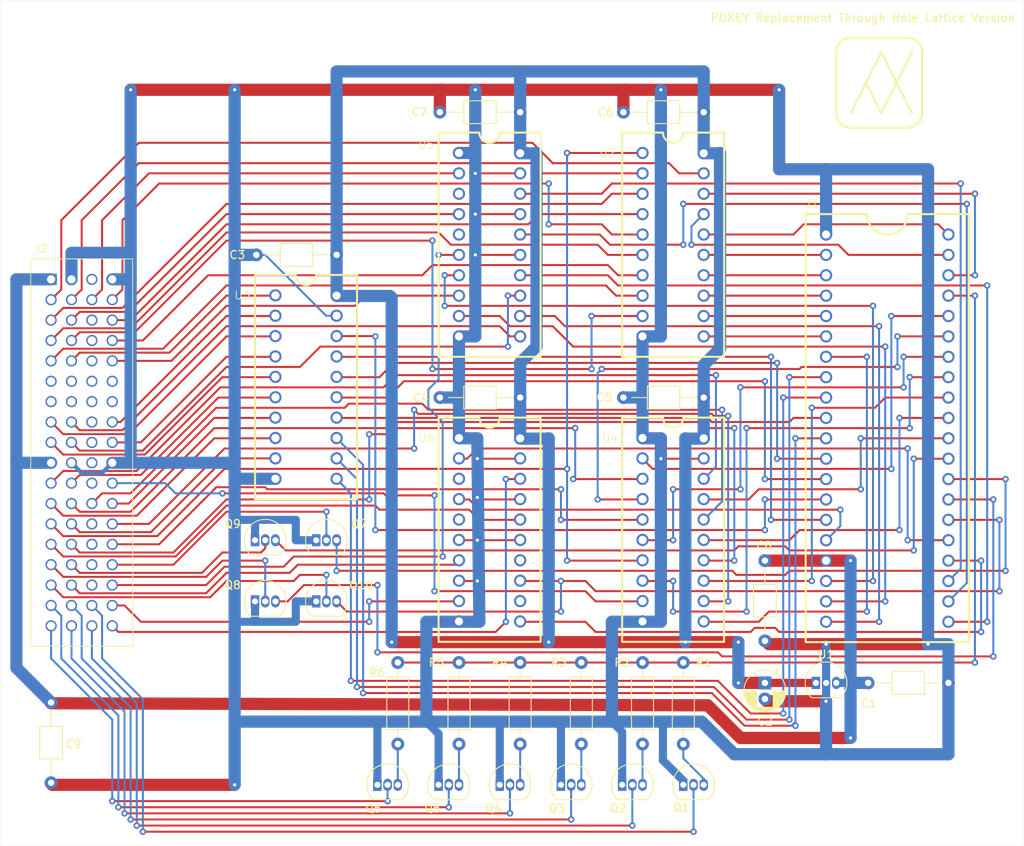
<source format=kicad_pcb>
(kicad_pcb (version 20221018) (generator pcbnew)
  (layers (0 "F.Cu" signal) (31 "B.Cu" signal) (34 "B.Paste" user) (35 "F.Paste" user) (36 "B.SilkS" user "B.Silkscreen") (37 "F.SilkS" user "F.Silkscreen") (38 "B.Mask" user) (39 "F.Mask" user) (44 "Edge.Cuts" user))
  (net 0 "")
  (net 1 "+5V")
  (net 2 "GND")
  (net 3 "+3.3V")
  (net 4 "_D0")
  (net 5 "_D1")
  (net 6 "_D2")
  (net 7 "_D3")
  (net 8 "_D4")
  (net 9 "_D5")
  (net 10 "_D6")
  (net 11 "_D7")
  (net 12 "_A0")
  (net 13 "_A1")
  (net 14 "_A2")
  (net 15 "_A3")
  (net 16 "_OCLK")
  (net 17 "_~{IRQ}")
  (net 18 "_P0")
  (net 19 "_P1")
  (net 20 "_P2")
  (net 21 "_P3")
  (net 22 "_P4")
  (net 23 "_P5")
  (net 24 "_P6")
  (net 25 "_P7")
  (net 26 "~{_EN}")
  (net 27 "_~{CS0}")
  (net 28 "_CS1")
  (net 29 "_PHI2")
  (net 30 "_R{slash}W")
  (net 31 "_DUMP")
  (net 32 "_SID")
  (net 33 "_SOD")
  (net 34 "_~{K0}")
  (net 35 "_~{K1}")
  (net 36 "_~{K2}")
  (net 37 "_~{K3}")
  (net 38 "_~{K4}")
  (net 39 "_~{K5}")
  (net 40 "_~{KR1}")
  (net 41 "_~{KR2}")
  (net 42 "_BCLKO")
  (net 43 "_BCLKI")
  (net 44 "_AUDIO0")
  (net 45 "_AUDIO1")
  (net 46 "_AUDIO2")
  (net 47 "_AUDIO3")
  (net 48 "_AUDIO4")
  (net 49 "_AUDIO5")
  (net 50 "D3")
  (net 51 "D4")
  (net 52 "D5")
  (net 53 "D6")
  (net 54 "D7")
  (net 55 "PHI2")
  (net 56 "P6")
  (net 57 "P7")
  (net 58 "P4")
  (net 59 "P5")
  (net 60 "P2")
  (net 61 "P3")
  (net 62 "P0")
  (net 63 "P1")
  (net 64 "~{KR2}")
  (net 65 "~{K5}")
  (net 66 "~{K4}")
  (net 67 "~{K3}")
  (net 68 "Net-(Q1-D)")
  (net 69 "Net-(Q2-D)")
  (net 70 "Net-(Q3-D)")
  (net 71 "Net-(Q4-D)")
  (net 72 "Net-(Q5-D)")
  (net 73 "Net-(Q6-D)")
  (net 74 "SOD")
  (net 75 "OCLK")
  (net 76 "~{IRQ}")
  (net 77 "BCLK")
  (net 78 "AUDIO")
  (net 79 "R{slash}W")
  (net 80 "D2")
  (net 81 "D1")
  (net 82 "D0")
  (net 83 "A0")
  (net 84 "A1")
  (net 85 "A2")
  (net 86 "A3")
  (net 87 "CS1")
  (net 88 "~{CS0}")
  (net 91 "~{K2}")
  (net 92 "~{K1}")
  (net 93 "~{K0}")
  (net 94 "~{KR1}")
  (net 97 "SID")
  (footprint "Capacitor_THT:C_Axial_L3.8mm_D2.6mm_P10.00mm_Horizontal" (layer "F.Cu") (at 99.568 71.374 180)
    (fp_text reference "C3")
    (fp_text value ".1uf" hide)
  )
  (footprint "Package_TO_SOT_THT:TO-92_Inline" (layer "F.Cu") (at 89.408 106.934)
    (fp_text reference "Q9")
    (fp_text value "TN2106" hide)
  )
  (footprint "Capacitor_THT:C_Axial_L3.8mm_D2.6mm_P10.00mm_Horizontal" (layer "F.Cu") (at 145.288 89.154 180)
    (fp_text reference "C5")
    (fp_text value ".1uf" hide)
  )
  (footprint "Package_TO_SOT_THT:TO-92_Inline" (layer "F.Cu") (at 89.408 114.554)
    (fp_text reference "Q8")
    (fp_text value "TN2106" hide)
  )
  (footprint "POKEY_Footprints:DIP_20" (layer "F.Cu") (at 118.618 81.534)
    (fp_text reference "U5")
    (fp_text value "~" hide)
  )
  (footprint "Package_TO_SOT_THT:TO-92_Inline" (layer "F.Cu") (at 97.028 106.934)
    (fp_text reference "Q7")
    (fp_text value "TN2106" hide)
  )
  (footprint "POKEY_Footprints:DIP_20" (layer "F.Cu") (at 95.758 99.274)
    (fp_text reference "U3")
    (fp_text value "~" hide)
  )
  (footprint "Resistor_THT:R_Axial_DIN0207_L6.3mm_D2.5mm_P10.16mm_Horizontal" (layer "F.Cu") (at 114.808 122.174 -90)
    (fp_text reference "R5")
    (fp_text value "24K 1%" hide)
  )
  (footprint "Package_TO_SOT_THT:TO-92_Inline" (layer "F.Cu") (at 159.258 124.714)
    (fp_text reference "U1")
    (fp_text value "L78L05_TO92" hide)
  )
  (footprint "Package_TO_SOT_THT:TO-92_Inline" (layer "F.Cu") (at 97.028 114.554)
    (fp_text reference "Q10")
    (fp_text value "TN2106" hide)
  )
  (footprint "Package_TO_SOT_THT:TO-92_Inline" (layer "F.Cu") (at 119.888 137.414)
    (fp_text reference "Q4")
    (fp_text value "TN2106" hide)
  )
  (footprint "Package_TO_SOT_THT:TO-92_Inline" (layer "F.Cu") (at 112.268 137.414)
    (fp_text reference "Q5")
    (fp_text value "TN2106" hide)
  )
  (footprint "POKEY_Footprints:DIP_20" (layer "F.Cu") (at 118.618 117.054)
    (fp_text reference "U6")
    (fp_text value "~" hide)
  )
  (footprint "POKEY_Footprints:DIP_20" (layer "F.Cu") (at 141.478 81.534)
    (fp_text reference "U2")
    (fp_text value "~" hide)
  )
  (footprint "Capacitor_THT:C_Axial_L3.8mm_D2.6mm_P10.00mm_Horizontal" (layer "F.Cu") (at 145.288 53.594 180)
    (fp_text reference "C6")
    (fp_text value ".1uf" hide)
  )
  (footprint "Package_TO_SOT_THT:TO-92_Inline" (layer "F.Cu") (at 142.748 137.414)
    (fp_text reference "Q1")
    (fp_text value "TN2106" hide)
  )
  (footprint "Resistor_THT:R_Axial_DIN0207_L6.3mm_D2.5mm_P10.16mm_Horizontal" (layer "F.Cu") (at 107.188 122.174 -90)
    (fp_text reference "R6")
    (fp_text value "75K 1%" hide)
  )
  (footprint "Capacitor_THT:C_Axial_L3.8mm_D2.6mm_P10.00mm_Horizontal" (layer "F.Cu") (at 152.908 109.474 -90)
    (fp_text reference "C8")
    (fp_text value ".1uf" hide)
  )
  (footprint "Resistor_THT:R_Axial_DIN0207_L6.3mm_D2.5mm_P10.16mm_Horizontal" (layer "F.Cu") (at 122.428 122.174 -90)
    (fp_text reference "R4")
    (fp_text value "7.68K 1%" hide)
  )
  (footprint "Package_TO_SOT_THT:TO-92_Inline" (layer "F.Cu") (at 135.128 137.414)
    (fp_text reference "Q2")
    (fp_text value "TN2106" hide)
  )
  (footprint "Capacitor_THT:CP_Radial_D5.0mm_P2.00mm" (layer "F.Cu") (at 152.908 124.714 -90)
    (fp_text reference "C2")
    (fp_text value "10uf" hide)
  )
  (footprint "Capacitor_THT:C_Axial_L3.8mm_D2.6mm_P10.00mm_Horizontal" (layer "F.Cu") (at 122.428 89.154 180)
    (fp_text reference "C4")
    (fp_text value ".1uf" hide)
  )
  (footprint "Resistor_THT:R_Axial_DIN0207_L6.3mm_D2.5mm_P10.16mm_Horizontal" (layer "F.Cu") (at 142.748 122.174 -90)
    (fp_text reference "R1")
    (fp_text value "825 1%" hide)
  )
  (footprint "Capacitor_THT:C_Axial_L3.8mm_D2.6mm_P10.00mm_Horizontal" (layer "F.Cu") (at 64.008 127.16 -90)
    (fp_text reference "C9")
    (fp_text value ".1uf" hide)
  )
  (footprint "Resistor_THT:R_Axial_DIN0207_L6.3mm_D2.5mm_P10.16mm_Horizontal" (layer "F.Cu") (at 137.668 122.174 -90)
    (fp_text reference "R2")
    (fp_text value "1.65K 1%" hide)
  )
  (footprint "Package_TO_SOT_THT:TO-92_Inline" (layer "F.Cu") (at 104.648 137.414)
    (fp_text reference "Q6")
    (fp_text value "TN2106" hide)
  )
  (footprint "POKEY_Footprints:DIP_20" (layer "F.Cu") (at 141.478 117.054)
    (fp_text reference "U4")
    (fp_text value "~" hide)
  )
  (footprint "POKEY_Footprints:Con_2X20" (layer "F.Cu") (at 168.148 91.694)
    (fp_text reference "J1")
    (fp_text value "2x20_Conn" hide)
  )
  (footprint "Package_TO_SOT_THT:TO-92_Inline" (layer "F.Cu") (at 127.508 137.414)
    (fp_text reference "Q3")
    (fp_text value "TN2106" hide)
  )
  (footprint "Resistor_THT:R_Axial_DIN0207_L6.3mm_D2.5mm_P10.16mm_Horizontal" (layer "F.Cu") (at 130.048 122.174 -90)
    (fp_text reference "R3")
    (fp_text value "3.3K 1%" hide)
  )
  (footprint "Capacitor_THT:C_Axial_L3.8mm_D2.6mm_P10.00mm_Horizontal" (layer "F.Cu") (at 165.768 124.714)
    (fp_text reference "C1")
    (fp_text value ".1uf" hide)
  )
  (footprint "Capacitor_THT:C_Axial_L3.8mm_D2.6mm_P10.00mm_Horizontal" (layer "F.Cu") (at 122.428 53.594 180)
    (fp_text reference "C7")
    (fp_text value ".1uf" hide)
  )
  (footprint "POKEY_Footprints:Proto-72Pin" (layer "F.Cu") (at 67.818 96.012)
    (fp_text reference "J2")
    (fp_text value "~" hide)
  )
  (gr_arc (start 170.687999 44.304949) (mid 171.957999 44.831) (end 172.48405 46.101) (stroke (width 0.254)) (layer "F.SilkS"))
  (gr_line (start 167.40405 46.101) (end 171.21405 53.721) (stroke (width 0.254)) (layer "F.SilkS"))
  (gr_arc (start 161.797999 46.101) (mid 162.32404 44.83099) (end 163.59405 44.304949) (stroke (width 0.254)) (layer "F.SilkS"))
  (gr_line (start 163.59405 53.721) (end 167.40405 46.101) (stroke (width 0.254)) (layer "F.SilkS"))
  (gr_line (start 170.687999 55.517051) (end 163.59405 55.517051) (stroke (width 0.254)) (layer "F.SilkS"))
  (gr_line (start 167.40405 53.721) (end 171.21405 46.101) (stroke (width 0.254)) (layer "F.SilkS"))
  (gr_arc (start 172.48405 53.721) (mid 171.957999 54.991) (end 170.687999 55.517051) (stroke (width 0.254)) (layer "F.SilkS"))
  (gr_line (start 172.48405 46.101) (end 172.48405 53.721) (stroke (width 0.254)) (layer "F.SilkS"))
  (gr_line (start 161.797999 53.721) (end 161.797999 46.101) (stroke (width 0.254)) (layer "F.SilkS"))
  (gr_line (start 165.49905 49.911) (end 167.40405 53.721) (stroke (width 0.254)) (layer "F.SilkS"))
  (gr_line (start 163.59405 44.304949) (end 170.687999 44.304949) (stroke (width 0.254)) (layer "F.SilkS"))
  (gr_arc (start 163.59405 55.517051) (mid 162.324075 54.990975) (end 161.797999 53.721) (stroke (width 0.254)) (layer "F.SilkS"))
  (gr_line (start 185.166 145.034) (end 185.166 39.624) (stroke (width 0.0254)) (layer "Edge.Cuts"))
  (gr_line (start 57.658 39.624) (end 57.658 145.034) (stroke (width 0.0254)) (layer "Edge.Cuts"))
  (gr_line (start 185.166 39.624) (end 57.658 39.624) (stroke (width 0.0254)) (layer "Edge.Cuts"))
  (gr_line (start 57.658 145.034) (end 185.166 145.034) (stroke (width 0.0254)) (layer "Edge.Cuts"))
  (gr_text "POKEY Replacement Through Hole Lattice Version" (at 146.05 42.418) (layer "F.SilkS") (effects (font (size 1 1)) (justify left bottom)))
  (segment (start 152.908 109.474) (end 160.528 109.474) (width 1.524) (layer "F.Cu") (net 1))
  (segment (start 145.796 127.508) (end 149.86 131.572) (width 1.524) (layer "F.Cu") (net 1))
  (segment (start 64.008 127.254) (end 145.796 127.508) (width 1.524) (layer "F.Cu") (net 1))
  (segment (start 149.86 131.572) (end 163.576 131.572) (width 1.524) (layer "F.Cu") (net 1))
  (segment (start 163.576 109.474) (end 160.528 109.474) (width 1.524) (layer "F.Cu") (net 1))
  (via (at 163.576 131.572) (size 0.8) (drill 0.4) (layers "F.Cu" "B.Cu") (net 1))
  (via (at 163.576 109.474) (size 0.8) (drill 0.4) (layers "F.Cu" "B.Cu") (net 1))
  (segment (start 165.688 124.714) (end 163.576 124.714) (width 1.524) (layer "B.Cu") (net 1))
  (segment (start 59.69 122.842) (end 59.69 97.282) (width 1.524) (layer "B.Cu") (net 1))
  (segment (start 163.576 124.714) (end 163.576 109.474) (width 1.524) (layer "B.Cu") (net 1))
  (segment (start 163.576 124.714) (end 163.576 131.572) (width 1.524) (layer "B.Cu") (net 1))
  (segment (start 59.69 74.422) (end 64.008 74.422) (width 1.524) (layer "B.Cu") (net 1))
  (segment (start 64.008 127.16) (end 59.69 122.842) (width 1.524) (layer "B.Cu") (net 1))
  (segment (start 163.576 124.714) (end 161.798 124.714) (width 1.016) (layer "B.Cu") (net 1))
  (segment (start 59.69 97.282) (end 59.69 74.422) (width 1.524) (layer "B.Cu") (net 1))
  (segment (start 59.69 97.282) (end 64.008 97.282) (width 1.524) (layer "B.Cu") (net 1))
  (segment (start 112.522 50.8) (end 86.868 50.8) (width 1.524) (layer "F.Cu") (net 2))
  (segment (start 152.908 119.474) (end 153.002 119.474) (width 1.524) (layer "F.Cu") (net 2))
  (segment (start 116.84 50.8) (end 112.522 50.8) (width 1.524) (layer "F.Cu") (net 2))
  (segment (start 153.416 119.888) (end 173.228 119.888) (width 1.524) (layer "F.Cu") (net 2))
  (segment (start 122.428 96.774) (end 117.094 96.774) (width 0.25) (layer "F.Cu") (net 2))
  (segment (start 122.428 101.854) (end 117.348 101.854) (width 0.25) (layer "F.Cu") (net 2))
  (segment (start 86.868 50.8) (end 73.914 50.8) (width 1.524) (layer "F.Cu") (net 2))
  (segment (start 112.428 50.894) (end 112.522 50.8) (width 1.524) (layer "F.Cu") (net 2))
  (segment (start 152.908 126.746) (end 153.162 127) (width 1.524) (layer "F.Cu") (net 2))
  (segment (start 135.288 50.894) (end 135.382 50.8) (width 1.524) (layer "F.Cu") (net 2))
  (segment (start 145.288 96.774) (end 139.954 96.774) (width 0.25) (layer "F.Cu") (net 2))
  (segment (start 153.002 119.474) (end 153.416 119.888) (width 1.524) (layer "F.Cu") (net 2))
  (segment (start 152.908 126.714) (end 152.908 126.746) (width 1.524) (layer "F.Cu") (net 2))
  (segment (start 122.428 66.294) (end 116.84 66.294) (width 0.25) (layer "F.Cu") (net 2))
  (segment (start 154.686 50.8) (end 135.382 50.8) (width 1.524) (layer "F.Cu") (net 2))
  (segment (start 135.288 53.594) (end 135.288 50.894) (width 1.524) (layer "F.Cu") (net 2))
  (segment (start 64.168 137.414) (end 64.008 137.254) (width 1.524) (layer "F.Cu") (net 2))
  (segment (start 153.162 127) (end 160.528 127) (width 1.524) (layer "F.Cu") (net 2))
  (segment (start 112.428 53.594) (end 112.428 50.894) (width 1.524) (layer "F.Cu") (net 2))
  (segment (start 114.808 112.014) (end 117.094 112.014) (width 0.25) (layer "F.Cu") (net 2))
  (segment (start 122.428 71.374) (end 116.84 71.374) (width 0.25) (layer "F.Cu") (net 2))
  (segment (start 117.094 106.934) (end 122.428 106.934) (width 0.25) (layer "F.Cu") (net 2))
  (segment (start 135.382 50.8) (end 116.84 50.8) (width 1.524) (layer "F.Cu") (net 2))
  (segment (start 86.868 137.414) (end 64.168 137.414) (width 1.524) (layer "F.Cu") (net 2))
  (segment (start 117.348 101.854) (end 117.094 101.6) (width 0.25) (layer "F.Cu") (net 2))
  (segment (start 122.428 61.214) (end 116.84 61.214) (width 0.25) (layer "F.Cu") (net 2))
  (segment (start 114.808 106.934) (end 117.094 106.934) (width 0.25) (layer "F.Cu") (net 2))
  (via (at 154.686 50.8) (size 0.8) (drill 0.4) (layers "F.Cu" "B.Cu") (net 2))
  (via (at 73.914 50.8) (size 0.8) (drill 0.4) (layers "F.Cu" "B.Cu") (net 2))
  (via (at 139.954 96.774) (size 0.8) (drill 0.4) (layers "F.Cu" "B.Cu") (net 2))
  (via (at 160.528 127) (size 0.8) (drill 0.4) (layers "F.Cu" "B.Cu") (net 2))
  (via (at 116.84 66.294) (size 0.8) (drill 0.4) (layers "F.Cu" "B.Cu") (net 2))
  (via (at 117.094 112.014) (size 0.8) (drill 0.4) (layers "F.Cu" "B.Cu") (net 2))
  (via (at 117.094 96.774) (size 0.8) (drill 0.4) (layers "F.Cu" "B.Cu") (net 2))
  (via (at 139.954 50.8) (size 0.8) (drill 0.4) (layers "F.Cu" "B.Cu") (net 2))
  (via (at 86.868 137.414) (size 0.8) (drill 0.4) (layers "F.Cu" "B.Cu") (net 2))
  (via (at 117.094 101.6) (size 0.8) (drill 0.4) (layers "F.Cu" "B.Cu") (net 2))
  (via (at 116.84 61.214) (size 0.8) (drill 0.4) (layers "F.Cu" "B.Cu") (net 2))
  (via (at 160.528 119.888) (size 0.8) (drill 0.4) (layers "F.Cu" "B.Cu") (net 2))
  (via (at 116.84 50.8) (size 0.8) (drill 0.4) (layers "F.Cu" "B.Cu") (net 2))
  (via (at 173.228 119.888) (size 0.8) (drill 0.4) (layers "F.Cu" "B.Cu") (net 2))
  (via (at 86.868 50.8) (size 0.8) (drill 0.4) (layers "F.Cu" "B.Cu") (net 2))
  (via (at 117.094 106.934) (size 0.8) (drill 0.4) (layers "F.Cu" "B.Cu") (net 2))
  (via (at 116.84 71.374) (size 0.8) (drill 0.4) (layers "F.Cu" "B.Cu") (net 2))
  (segment (start 173.228 60.706) (end 160.528 60.706) (width 1.524) (layer "B.Cu") (net 2))
  (segment (start 160.528 124.714) (end 160.528 119.888) (width 1.016) (layer "B.Cu") (net 2))
  (segment (start 116.84 81.534) (end 114.808 81.534) (width 1.524) (layer "B.Cu") (net 2))
  (segment (start 89.408 117.094) (end 89.408 114.554) (width 1.016) (layer "B.Cu") (net 2))
  (segment (start 137.668 94.234) (end 139.954 94.234) (width 1.524) (layer "B.Cu") (net 2))
  (segment (start 137.668 117.094) (end 133.858 117.094) (width 1.524) (layer "B.Cu") (net 2))
  (segment (start 175.768 119.888) (end 175.768 124.634) (width 1.524) (layer "B.Cu") (net 2))
  (segment (start 119.888 129.54) (end 127.508 129.54) (width 1.524) (layer "B.Cu") (net 2))
  (segment (start 133.858 117.094) (end 133.858 129.54) (width 1.524) (layer "B.Cu") (net 2))
  (segment (start 89.408 104.394) (end 89.408 106.934) (width 1.016) (layer "B.Cu") (net 2))
  (segment (start 160.528 124.714) (end 160.528 127) (width 1.016) (layer "B.Cu") (net 2))
  (segment (start 73.914 71.12) (end 73.914 74.422) (width 1.524) (layer "B.Cu") (net 2))
  (segment (start 160.528 127) (end 160.528 133.604) (width 1.524) (layer "B.Cu") (net 2))
  (segment (start 86.868 99.314) (end 86.868 97.282) (width 1.524) (layer "B.Cu") (net 2))
  (segment (start 112.268 137.414) (end 112.268 131.064) (width 1.016) (layer "B.Cu") (net 2))
  (segment (start 127.508 137.414) (end 127.508 129.54) (width 1.016) (layer "B.Cu") (net 2))
  (segment (start 104.648 129.54) (end 110.744 129.54) (width 1.524) (layer "B.Cu") (net 2))
  (segment (start 140.208 129.54) (end 133.858 129.54) (width 1.524) (layer "B.Cu") (net 2))
  (segment (start 137.668 81.534) (end 139.954 81.534) (width 1.524) (layer "B.Cu") (net 2))
  (segment (start 112.268 131.064) (end 110.744 129.54) (width 1.016) (layer "B.Cu") (net 2))
  (segment (start 94.488 106.934) (end 94.488 104.394) (width 1.016) (layer "B.Cu") (net 2))
  (segment (start 116.84 71.374) (end 116.84 66.294) (width 1.524) (layer "B.Cu") (net 2))
  (segment (start 73.914 97.282) (end 71.628 97.282) (width 1.524) (layer "B.Cu") (net 2))
  (segment (start 116.84 61.214) (end 116.84 58.674) (width 1.524) (layer "B.Cu") (net 2))
  (segment (start 160.528 60.706) (end 154.686 60.706) (width 1.524) (layer "B.Cu") (net 2))
  (segment (start 114.808 117.094) (end 110.744 117.094) (width 1.524) (layer "B.Cu") (net 2))
  (segment (start 89.408 117.094) (end 86.868 117.094) (width 1.016) (layer "B.Cu") (net 2))
  (segment (start 94.488 114.554) (end 94.488 117.094) (width 1.016) (layer "B.Cu") (net 2))
  (segment (start 73.914 71.12) (end 66.548 71.12) (width 1.524) (layer "B.Cu") (net 2))
  (segment (start 117.094 94.234) (end 114.808 94.234) (width 1.524) (layer "B.Cu") (net 2))
  (segment (start 119.888 129.54) (end 110.744 129.54) (width 1.524) (layer "B.Cu") (net 2))
  (segment (start 154.686 60.706) (end 154.686 50.8) (width 1.524) (layer "B.Cu") (net 2))
  (segment (start 175.768 133.604) (end 160.528 133.604) (width 1.524) (layer "B.Cu") (net 2))
  (segment (start 139.954 117.094) (end 137.668 117.094) (width 1.524) (layer "B.Cu") (net 2))
  (segment (start 137.668 94.234) (end 137.668 89.154) (width 1.524) (layer "B.Cu") (net 2))
  (segment (start 89.408 104.394) (end 86.868 104.394) (width 1.016) (layer "B.Cu") (net 2))
  (segment (start 175.768 119.888) (end 173.228 119.888) (width 1.524) (layer "B.Cu") (net 2))
  (segment (start 110.744 117.094) (end 110.744 129.54) (width 1.524) (layer "B.Cu") (net 2))
  (segment (start 73.914 97.282) (end 86.868 97.282) (width 1.524) (layer "B.Cu") (net 2))
  (segment (start 86.868 129.54) (end 86.868 117.094) (width 1.524) (layer "B.Cu") (net 2))
  (segment (start 142.748 136.906) (end 140.208 134.366) (width 1.016) (layer "B.Cu") (net 2))
  (segment (start 116.84 66.294) (end 116.84 61.214) (width 1.524) (layer "B.Cu") (net 2))
  (segment (start 97.028 106.934) (end 94.488 106.934) (width 1.016) (layer "B.Cu") (net 2))
  (segment (start 86.868 137.414) (end 86.868 129.54) (width 1.524) (layer "B.Cu") (net 2))
  (segment (start 135.128 130.81) (end 133.858 129.54) (width 1.016) (layer "B.Cu") (net 2))
  (segment (start 86.908 99.274) (end 91.948 99.274) (width 1.524) (layer "B.Cu") (net 2))
  (segment (start 117.348 117.094) (end 114.808 117.094) (width 1.524) (layer "B.Cu") (net 2))
  (segment (start 142.748 137.414) (end 142.748 136.906) (width 1.016) (layer "B.Cu") (net 2))
  (segment (start 73.914 74.422) (end 73.914 97.282) (width 1.524) (layer "B.Cu") (net 2))
  (segment (start 173.228 119.888) (end 173.228 60.706) (width 1.524) (layer "B.Cu") (net 2))
  (segment (start 66.548 71.12) (end 66.548 74.422) (width 1.524) (layer "B.Cu") (net 2))
  (segment (start 73.914 74.422) (end 71.628 74.422) (width 1.524) (layer "B.Cu") (net 2))
  (segment (start 114.808 81.534) (end 114.808 89.154) (width 1.524) (layer "B.Cu") (net 2))
  (segment (start 86.868 97.282) (end 86.868 50.8) (width 1.524) (layer "B.Cu") (net 2))
  (segment (start 160.528 133.604) (end 149.098 133.604) (width 1.524) (layer "B.Cu") (net 2))
  (segment (start 86.868 104.394) (end 86.868 99.314) (width 1.524) (layer "B.Cu") (net 2))
  (segment (start 116.84 58.674) (end 116.84 50.8) (width 1.524) (layer "B.Cu") (net 2))
  (segment (start 73.914 50.8) (end 73.914 71.12) (width 1.524) (layer "B.Cu") (net 2))
  (segment (start 94.488 117.094) (end 89.408 117.094) (width 1.016) (layer "B.Cu") (net 2))
  (segment (start 86.868 117.094) (end 86.868 104.394) (width 1.524) (layer "B.Cu") (net 2))
  (segment (start 99.568 78.954) (end 98.258 78.954) (width 0.25) (layer "B.Cu") (net 2))
  (segment (start 94.488 104.394) (end 89.408 104.394) (width 1.016) (layer "B.Cu") (net 2))
  (segment (start 139.954 94.234) (end 139.954 117.094) (width 1.524) (layer "B.Cu") (net 2))
  (segment (start 94.488 129.54) (end 104.648 129.54) (width 1.524) (layer "B.Cu") (net 2))
  (segment (start 98.258 78.954) (end 90.678 71.374) (width 0.25) (layer "B.Cu") (net 2))
  (segment (start 86.868 99.314) (end 86.908 99.274) (width 1.524) (layer "B.Cu") (net 2))
  (segment (start 135.128 137.414) (end 135.128 130.81) (width 1.016) (layer "B.Cu") (net 2))
  (segment (start 116.84 81.534) (end 116.84 71.374) (width 1.524) (layer "B.Cu") (net 2))
  (segment (start 70.358 98.552) (end 67.818 98.552) (width 0.508) (layer "B.Cu") (net 2))
  (segment (start 127.508 129.54) (end 133.858 129.54) (width 1.524) (layer "B.Cu") (net 2))
  (segment (start 67.818 98.552) (end 66.548 97.282) (width 0.508) (layer "B.Cu") (net 2))
  (segment (start 112.428 89.154) (end 114.808 89.154) (width 1.524) (layer "B.Cu") (net 2))
  (segment (start 137.668 89.154) (end 137.668 81.534) (width 1.524) (layer "B.Cu") (net 2))
  (segment (start 139.954 50.8) (end 139.954 81.534) (width 1.524) (layer "B.Cu") (net 2))
  (segment (start 114.808 58.674) (end 116.84 58.674) (width 1.524) (layer "B.Cu") (net 2))
  (segment (start 160.528 68.834) (end 160.528 60.706) (width 1.524) (layer "B.Cu") (net 2))
  (segment (start 175.768 133.604) (end 175.768 124.794) (width 1.524) (layer "B.Cu") (net 2))
  (segment (start 117.094 94.234) (end 117.348 117.094) (width 1.524) (layer "B.Cu") (net 2))
  (segment (start 94.488 129.54) (end 86.868 129.54) (width 1.524) (layer "B.Cu") (net 2))
  (segment (start 114.808 89.154) (end 114.808 94.234) (width 1.524) (layer "B.Cu") (net 2))
  (segment (start 140.208 134.366) (end 140.208 129.54) (width 1.016) (layer "B.Cu") (net 2))
  (segment (start 90.678 71.374) (end 89.568 71.374) (width 0.25) (layer "B.Cu") (net 2))
  (segment (start 119.888 137.414) (end 119.888 129.54) (width 1.016) (layer "B.Cu") (net 2))
  (segment (start 104.648 137.414) (end 104.648 129.54) (width 1.016) (layer "B.Cu") (net 2))
  (segment (start 149.098 133.604) (end 145.034 129.54) (width 1.524) (layer "B.Cu") (net 2))
  (segment (start 135.288 89.154) (end 137.668 89.154) (width 1.524) (layer "B.Cu") (net 2))
  (segment (start 71.628 97.282) (end 70.358 98.552) (width 0.508) (layer "B.Cu") (net 2))
  (segment (start 97.028 114.554) (end 94.488 114.554) (width 1.016) (layer "B.Cu") (net 2))
  (segment (start 145.034 129.54) (end 140.208 129.54) (width 1.524) (layer "B.Cu") (net 2))
  (segment (start 86.868 71.374) (end 89.568 71.374) (width 1.524) (layer "B.Cu") (net 2))
  (segment (start 143.002 119.634) (end 125.984 119.634) (width 1.524) (layer "F.Cu") (net 3))
  (segment (start 159.258 124.714) (end 152.908 124.714) (width 1.016) (layer "F.Cu") (net 3))
  (segment (start 149.606 124.714) (end 152.908 124.714) (width 1.524) (layer "F.Cu") (net 3))
  (segment (start 143.002 119.634) (end 149.606 119.634) (width 1.524) (layer "F.Cu") (net 3))
  (segment (start 125.984 119.634) (end 106.426 119.634) (width 1.524) (layer "F.Cu") (net 3))
  (via (at 125.984 119.634) (size 0.8) (drill 0.4) (layers "F.Cu" "B.Cu") (net 3))
  (via (at 149.606 119.634) (size 0.8) (drill 0.4) (layers "F.Cu" "B.Cu") (net 3))
  (via (at 143.002 119.634) (size 0.8) (drill 0.4) (layers "F.Cu" "B.Cu") (net 3))
  (via (at 149.606 124.714) (size 0.8) (drill 0.4) (layers "F.Cu" "B.Cu") (net 3))
  (via (at 106.426 119.634) (size 0.8) (drill 0.4) (layers "F.Cu" "B.Cu") (net 3))
  (segment (start 106.426 119.634) (end 106.426 76.708) (width 1.524) (layer "B.Cu") (net 3))
  (segment (start 124.46 82.804) (end 124.46 58.674) (width 1.524) (layer "B.Cu") (net 3))
  (segment (start 145.288 53.594) (end 145.288 58.714) (width 1.524) (layer "B.Cu") (net 3))
  (segment (start 99.568 48.514) (end 99.568 71.374) (width 1.524) (layer "B.Cu") (net 3))
  (segment (start 125.984 94.234) (end 125.984 119.634) (width 1.524) (layer "B.Cu") (net 3))
  (segment (start 125.984 119.634) (end 125.984 119.38) (width 1.524) (layer "B.Cu") (net 3))
  (segment (start 145.288 85.09) (end 147.32 83.058) (width 1.524) (layer "B.Cu") (net 3))
  (segment (start 122.428 94.274) (end 122.428 89.154) (width 1.524) (layer "B.Cu") (net 3))
  (segment (start 145.288 94.274) (end 145.288 89.154) (width 1.524) (layer "B.Cu") (net 3))
  (segment (start 122.428 53.594) (end 122.428 48.514) (width 1.524) (layer "B.Cu") (net 3))
  (segment (start 124.42 58.714) (end 122.428 58.714) (width 1.524) (layer "B.Cu") (net 3))
  (segment (start 145.288 48.514) (end 122.428 48.514) (width 1.524) (layer "B.Cu") (net 3))
  (segment (start 122.428 58.714) (end 122.428 53.594) (width 1.524) (layer "B.Cu") (net 3))
  (segment (start 145.288 94.274) (end 143.042 94.274) (width 1.524) (layer "B.Cu") (net 3))
  (segment (start 147.28 58.714) (end 145.288 58.714) (width 1.524) (layer "B.Cu") (net 3))
  (segment (start 122.428 84.836) (end 124.46 82.804) (width 1.524) (layer "B.Cu") (net 3))
  (segment (start 122.428 48.514) (end 99.568 48.514) (width 1.524) (layer "B.Cu") (net 3))
  (segment (start 124.46 58.674) (end 124.42 58.714) (width 1.524) (layer "B.Cu") (net 3))
  (segment (start 143.002 94.234) (end 143.002 119.634) (width 1.524) (layer "B.Cu") (net 3))
  (segment (start 147.32 58.674) (end 147.28 58.714) (width 1.524) (layer "B.Cu") (net 3))
  (segment (start 122.428 89.154) (end 122.428 84.836) (width 1.524) (layer "B.Cu") (net 3))
  (segment (start 99.568 76.494) (end 106.212 76.494) (width 1.524) (layer "B.Cu") (net 3))
  (segment (start 106.212 76.494) (end 106.426 76.708) (width 1.524) (layer "B.Cu") (net 3))
  (segment (start 149.606 119.634) (end 149.606 124.714) (width 1.524) (layer "B.Cu") (net 3))
  (segment (start 125.944 94.274) (end 122.428 94.274) (width 1.524) (layer "B.Cu") (net 3))
  (segment (start 143.042 94.274) (end 143.002 94.234) (width 1.524) (layer "B.Cu") (net 3))
  (segment (start 147.32 83.058) (end 147.32 58.674) (width 1.524) (layer "B.Cu") (net 3))
  (segment (start 145.288 89.154) (end 145.288 85.09) (width 1.524) (layer "B.Cu") (net 3))
  (segment (start 145.288 53.594) (end 145.288 48.514) (width 1.524) (layer "B.Cu") (net 3))
  (segment (start 125.984 94.234) (end 125.944 94.274) (width 1.524) (layer "B.Cu") (net 3))
  (segment (start 99.568 76.494) (end 99.568 71.374) (width 1.524) (layer "B.Cu") (net 3))
  (segment (start 143.002 119.634) (end 143.002 119.38) (width 1.524) (layer "B.Cu") (net 3))
  (segment (start 67.818 67.056) (end 67.818 75.692) (width 0.25) (layer "F.Cu") (net 4))
  (segment (start 123.952 59.944) (end 74.93 59.944) (width 0.25) (layer "F.Cu") (net 4))
  (segment (start 67.818 75.692) (end 66.548 76.962) (width 0.25) (layer "F.Cu") (net 4))
  (segment (start 74.93 59.944) (end 67.818 67.056) (width 0.25) (layer "F.Cu") (net 4))
  (segment (start 125.222 61.214) (end 123.952 59.944) (width 0.25) (layer "F.Cu") (net 4))
  (segment (start 137.668 61.214) (end 125.222 61.214) (width 0.25) (layer "F.Cu") (net 4))
  (segment (start 85.852 65.024) (end 72.8905 77.9855) (width 0.25) (layer "F.Cu") (net 5))
  (segment (start 132.588 65.024) (end 85.852 65.024) (width 0.25) (layer "F.Cu") (net 5))
  (segment (start 65.5245 77.9855) (end 64.008 79.502) (width 0.25) (layer "F.Cu") (net 5))
  (segment (start 72.8905 77.9855) (end 65.5245 77.9855) (width 0.25) (layer "F.Cu") (net 5))
  (segment (start 137.668 63.754) (end 133.858 63.754) (width 0.25) (layer "F.Cu") (net 5))
  (segment (start 133.858 63.754) (end 132.588 65.024) (width 0.25) (layer "F.Cu") (net 5))
  (segment (start 85.852 67.564) (end 73.914 79.502) (width 0.25) (layer "F.Cu") (net 6))
  (segment (start 123.444 67.564) (end 124.714 66.294) (width 0.25) (layer "F.Cu") (net 6))
  (segment (start 85.852 67.564) (end 123.444 67.564) (width 0.25) (layer "F.Cu") (net 6))
  (segment (start 124.714 66.294) (end 137.668 66.294) (width 0.25) (layer "F.Cu") (net 6))
  (segment (start 73.914 79.502) (end 71.628 79.502) (width 0.25) (layer "F.Cu") (net 6))
  (segment (start 72.898 75.692) (end 71.628 76.962) (width 0.25) (layer "F.Cu") (net 7))
  (segment (start 137.668 68.834) (end 133.858 68.834) (width 0.25) (layer "F.Cu") (net 7))
  (segment (start 132.588 67.564) (end 133.858 68.834) (width 0.25) (layer "F.Cu") (net 7))
  (segment (start 125.984 67.564) (end 132.588 67.564) (width 0.25) (layer "F.Cu") (net 7))
  (segment (start 125.984 62.484) (end 77.47 62.484) (width 0.25) (layer "F.Cu") (net 7))
  (segment (start 72.898 67.056) (end 72.898 75.692) (width 0.25) (layer "F.Cu") (net 7))
  (segment (start 77.47 62.484) (end 72.898 67.056) (width 0.25) (layer "F.Cu") (net 7))
  (via (at 125.984 67.564) (size 0.8) (drill 0.4) (layers "F.Cu" "B.Cu") (net 7))
  (via (at 125.984 62.484) (size 0.8) (drill 0.4) (layers "F.Cu" "B.Cu") (net 7))
  (segment (start 125.984 62.484) (end 125.984 67.564) (width 0.25) (layer "B.Cu") (net 7))
  (segment (start 137.668 71.374) (end 133.35 71.374) (width 0.25) (layer "F.Cu") (net 8))
  (segment (start 132.08 70.104) (end 113.792 70.104) (width 0.25) (layer "F.Cu") (net 8))
  (segment (start 85.852 68.58) (end 73.9065 80.5255) (width 0.25) (layer "F.Cu") (net 8))
  (segment (start 73.9065 80.5255) (end 65.5245 80.5255) (width 0.25) (layer "F.Cu") (net 8))
  (segment (start 65.5245 80.5255) (end 64.008 82.042) (width 0.25) (layer "F.Cu") (net 8))
  (segment (start 112.268 68.58) (end 85.852 68.58) (width 0.25) (layer "F.Cu") (net 8))
  (segment (start 113.792 70.104) (end 112.268 68.58) (width 0.25) (layer "F.Cu") (net 8))
  (segment (start 133.35 71.374) (end 132.08 70.104) (width 0.25) (layer "F.Cu") (net 8))
  (segment (start 111.506 72.644) (end 110.236 73.914) (width 0.25) (layer "F.Cu") (net 9))
  (segment (start 75.438 82.042) (end 71.628 82.042) (width 0.25) (layer "F.Cu") (net 9))
  (segment (start 83.566 73.914) (end 75.438 82.042) (width 0.25) (layer "F.Cu") (net 9))
  (segment (start 110.236 73.914) (end 83.566 73.914) (width 0.25) (layer "F.Cu") (net 9))
  (segment (start 133.35 72.644) (end 111.506 72.644) (width 0.25) (layer "F.Cu") (net 9))
  (segment (start 134.62 73.914) (end 133.35 72.644) (width 0.25) (layer "F.Cu") (net 9))
  (segment (start 137.668 73.914) (end 134.62 73.914) (width 0.25) (layer "F.Cu") (net 9))
  (segment (start 65.5245 83.0655) (end 64.008 84.582) (width 0.25) (layer "F.Cu") (net 10))
  (segment (start 77.9705 83.0655) (end 65.5245 83.0655) (width 0.25) (layer "F.Cu") (net 10))
  (segment (start 85.852 75.184) (end 77.9705 83.0655) (width 0.25) (layer "F.Cu") (net 10))
  (segment (start 133.096 75.184) (end 85.852 75.184) (width 0.25) (layer "F.Cu") (net 10))
  (segment (start 134.366 76.454) (end 133.096 75.184) (width 0.25) (layer "F.Cu") (net 10))
  (segment (start 137.668 76.454) (end 134.366 76.454) (width 0.25) (layer "F.Cu") (net 10))
  (segment (start 111.506 69.596) (end 85.852 69.596) (width 0.25) (layer "F.Cu") (net 11))
  (segment (start 74.4295 81.0185) (end 67.5715 81.0185) (width 0.25) (layer "F.Cu") (net 11))
  (segment (start 85.852 69.596) (end 74.4295 81.0185) (width 0.25) (layer "F.Cu") (net 11))
  (segment (start 137.668 78.994) (end 131.318 78.994) (width 0.25) (layer "F.Cu") (net 11))
  (segment (start 67.5715 81.0185) (end 66.548 82.042) (width 0.25) (layer "F.Cu") (net 11))
  (segment (start 111.506 85.598) (end 131.318 85.598) (width 0.25) (layer "F.Cu") (net 11))
  (via (at 111.506 69.596) (size 0.8) (drill 0.4) (layers "F.Cu" "B.Cu") (net 11))
  (via (at 131.318 85.598) (size 0.8) (drill 0.4) (layers "F.Cu" "B.Cu") (net 11))
  (via (at 131.318 78.994) (size 0.8) (drill 0.4) (layers "F.Cu" "B.Cu") (net 11))
  (via (at 111.506 85.598) (size 0.8) (drill 0.4) (layers "F.Cu" "B.Cu") (net 11))
  (segment (start 131.318 78.994) (end 131.318 85.598) (width 0.25) (layer "B.Cu") (net 11))
  (segment (start 111.506 69.596) (end 111.506 85.598) (width 0.25) (layer "B.Cu") (net 11))
  (segment (start 146.812 86.36) (end 106.934 86.36) (width 0.25) (layer "F.Cu") (net 12))
  (segment (start 74.6685 98.3055) (end 65.5245 98.3055) (width 0.25) (layer "F.Cu") (net 12))
  (segment (start 65.5245 98.3055) (end 64.008 99.822) (width 0.25) (layer "F.Cu") (net 12))
  (segment (start 105.41 87.884) (end 85.09 87.884) (width 0.25) (layer "F.Cu") (net 12))
  (segment (start 85.09 87.884) (end 74.6685 98.3055) (width 0.25) (layer "F.Cu") (net 12))
  (segment (start 106.934 86.36) (end 105.41 87.884) (width 0.25) (layer "F.Cu") (net 12))
  (via (at 146.812 86.36) (size 0.8) (drill 0.4) (layers "F.Cu" "B.Cu") (net 12))
  (segment (start 146.812 97.79) (end 145.288 99.314) (width 0.25) (layer "B.Cu") (net 12))
  (segment (start 146.812 86.36) (end 146.812 97.79) (width 0.25) (layer "B.Cu") (net 12))
  (segment (start 147.574 90.678) (end 110.998 90.678) (width 0.25) (layer "F.Cu") (net 13))
  (segment (start 84.572695 90.424) (end 73.904695 101.092) (width 0.25) (layer "F.Cu") (net 13))
  (segment (start 70.358 101.092) (end 69.088 102.362) (width 0.25) (layer "F.Cu") (net 13))
  (segment (start 110.998 90.678) (end 110.236 89.916) (width 0.25) (layer "F.Cu") (net 13))
  (segment (start 101.092 89.916) (end 100.584 90.424) (width 0.25) (layer "F.Cu") (net 13))
  (segment (start 73.904695 101.092) (end 70.358 101.092) (width 0.25) (layer "F.Cu") (net 13))
  (segment (start 100.584 90.424) (end 84.572695 90.424) (width 0.25) (layer "F.Cu") (net 13))
  (segment (start 110.236 89.916) (end 101.092 89.916) (width 0.25) (layer "F.Cu") (net 13))
  (via (at 147.574 90.678) (size 0.8) (drill 0.4) (layers "F.Cu" "B.Cu") (net 13))
  (segment (start 147.574 102.108) (end 145.288 104.394) (width 0.25) (layer "B.Cu") (net 13))
  (segment (start 147.574 90.678) (end 147.574 102.108) (width 0.25) (layer "B.Cu") (net 13))
  (segment (start 106.934 92.202) (end 106.172 92.964) (width 0.25) (layer "F.Cu") (net 14))
  (segment (start 149.098 92.964) (end 146.05 92.964) (width 0.25) (layer "F.Cu") (net 14))
  (segment (start 73.9065 103.3855) (end 67.5715 103.3855) (width 0.25) (layer "F.Cu") (net 14))
  (segment (start 106.172 92.964) (end 84.328 92.964) (width 0.25) (layer "F.Cu") (net 14))
  (segment (start 67.5715 103.3855) (end 66.548 102.362) (width 0.25) (layer "F.Cu") (net 14))
  (segment (start 146.05 92.964) (end 145.288 92.202) (width 0.25) (layer "F.Cu") (net 14))
  (segment (start 145.288 92.202) (end 106.934 92.202) (width 0.25) (layer "F.Cu") (net 14))
  (segment (start 149.098 109.474) (end 145.288 109.474) (width 0.25) (layer "F.Cu") (net 14))
  (segment (start 84.328 92.964) (end 73.9065 103.3855) (width 0.25) (layer "F.Cu") (net 14))
  (via (at 149.098 109.474) (size 0.8) (drill 0.4) (layers "F.Cu" "B.Cu") (net 14))
  (via (at 149.098 92.964) (size 0.8) (drill 0.4) (layers "F.Cu" "B.Cu") (net 14))
  (segment (start 149.098 92.964) (end 149.098 109.474) (width 0.25) (layer "B.Cu") (net 14))
  (segment (start 109.22 95.504) (end 85.598 95.504) (width 0.25) (layer "F.Cu") (net 15))
  (segment (start 148.336 91.44) (end 146.558 91.44) (width 0.25) (layer "F.Cu") (net 15))
  (segment (start 146.558 91.44) (end 146.304 91.186) (width 0.25) (layer "F.Cu") (net 15))
  (segment (start 109.728 91.186) (end 109.22 90.678) (width 0.25) (layer "F.Cu") (net 15))
  (segment (start 76.2 104.902) (end 71.628 104.902) (width 0.25) (layer "F.Cu") (net 15))
  (segment (start 146.304 91.186) (end 109.728 91.186) (width 0.25) (layer "F.Cu") (net 15))
  (segment (start 145.288 114.554) (end 148.336 114.554) (width 0.25) (layer "F.Cu") (net 15))
  (segment (start 85.598 95.504) (end 76.2 104.902) (width 0.25) (layer "F.Cu") (net 15))
  (via (at 109.22 95.504) (size 0.8) (drill 0.4) (layers "F.Cu" "B.Cu") (net 15))
  (via (at 109.22 90.678) (size 0.8) (drill 0.4) (layers "F.Cu" "B.Cu") (net 15))
  (via (at 148.336 114.554) (size 0.8) (drill 0.4) (layers "F.Cu" "B.Cu") (net 15))
  (via (at 148.336 91.44) (size 0.8) (drill 0.4) (layers "F.Cu" "B.Cu") (net 15))
  (segment (start 148.336 114.554) (end 148.336 91.44) (width 0.25) (layer "B.Cu") (net 15))
  (segment (start 109.22 90.678) (end 109.22 95.504) (width 0.25) (layer "B.Cu") (net 15))
  (segment (start 90.678 109.474) (end 85.344 109.474) (width 0.25) (layer "F.Cu") (net 16))
  (segment (start 65.5245 111.4985) (end 64.008 109.982) (width 0.25) (layer "F.Cu") (net 16))
  (segment (start 83.3195 111.4985) (end 65.5245 111.4985) (width 0.25) (layer "F.Cu") (net 16))
  (segment (start 85.344 109.474) (end 83.3195 111.4985) (width 0.25) (layer "F.Cu") (net 16))
  (via (at 90.678 109.474) (size 0.8) (drill 0.4) (layers "F.Cu" "B.Cu") (net 16))
  (segment (start 90.678 109.474) (end 90.678 114.554) (width 0.25) (layer "B.Cu") (net 16))
  (segment (start 85.344 108.458) (end 82.7965 111.0055) (width 0.25) (layer "F.Cu") (net 17))
  (segment (start 90.154 108.458) (end 85.344 108.458) (width 0.25) (layer "F.Cu") (net 17))
  (segment (start 90.678 106.934) (end 90.678 107.934) (width 0.25) (layer "F.Cu") (net 17))
  (segment (start 90.678 107.934) (end 90.154 108.458) (width 0.25) (layer "F.Cu") (net 17))
  (segment (start 67.5715 111.0055) (end 66.548 109.982) (width 0.25) (layer "F.Cu") (net 17))
  (segment (start 82.7965 111.0055) (end 67.5715 111.0055) (width 0.25) (layer "F.Cu") (net 17))
  (segment (start 72.644 92.202) (end 71.628 92.202) (width 0.25) (layer "F.Cu") (net 18))
  (segment (start 85.852 78.994) (end 72.644 92.202) (width 0.25) (layer "F.Cu") (net 18))
  (segment (start 91.948 78.994) (end 85.852 78.994) (width 0.25) (layer "F.Cu") (net 18))
  (segment (start 85.852 81.534) (end 73.6675 93.7185) (width 0.25) (layer "F.Cu") (net 19))
  (segment (start 91.948 81.534) (end 85.852 81.534) (width 0.25) (layer "F.Cu") (net 19))
  (segment (start 73.6675 93.7185) (end 65.5245 93.7185) (width 0.25) (layer "F.Cu") (net 19))
  (segment (start 65.5245 93.7185) (end 64.008 92.202) (width 0.25) (layer "F.Cu") (net 19))
  (segment (start 75.184 94.742) (end 71.628 94.742) (width 0.25) (layer "F.Cu") (net 20))
  (segment (start 85.852 84.074) (end 75.184 94.742) (width 0.25) (layer "F.Cu") (net 20))
  (segment (start 85.852 84.074) (end 91.948 84.074) (width 0.25) (layer "F.Cu") (net 20))
  (segment (start 85.344 86.614) (end 75.6995 96.2585) (width 0.25) (layer "F.Cu") (net 21))
  (segment (start 75.6995 96.2585) (end 65.5245 96.2585) (width 0.25) (layer "F.Cu") (net 21))
  (segment (start 65.5245 96.2585) (end 64.008 94.742) (width 0.25) (layer "F.Cu") (net 21))
  (segment (start 91.948 86.614) (end 85.344 86.614) (width 0.25) (layer "F.Cu") (net 21))
  (segment (start 70.3505 98.7985) (end 67.5715 98.7985) (width 0.25) (layer "F.Cu") (net 22))
  (segment (start 91.948 89.154) (end 84.836 89.154) (width 0.25) (layer "F.Cu") (net 22))
  (segment (start 75.1915 98.7985) (end 70.3655 98.7985) (width 0.25) (layer "F.Cu") (net 22))
  (segment (start 70.358 98.806) (end 70.3505 98.7985) (width 0.25) (layer "F.Cu") (net 22))
  (segment (start 67.5715 98.7985) (end 66.548 99.822) (width 0.25) (layer "F.Cu") (net 22))
  (segment (start 84.836 89.154) (end 75.1915 98.7985) (width 0.25) (layer "F.Cu") (net 22))
  (segment (start 70.3655 98.7985) (end 70.358 98.806) (width 0.25) (layer "F.Cu") (net 22))
  (segment (start 84.328 91.694) (end 73.66 102.362) (width 0.25) (layer "F.Cu") (net 23))
  (segment (start 91.948 91.694) (end 84.328 91.694) (width 0.25) (layer "F.Cu") (net 23))
  (segment (start 73.66 102.362) (end 71.628 102.362) (width 0.25) (layer "F.Cu") (net 23))
  (segment (start 91.948 94.234) (end 84.328 94.234) (width 0.25) (layer "F.Cu") (net 24))
  (segment (start 74.6835 103.8785) (end 65.5245 103.8785) (width 0.25) (layer "F.Cu") (net 24))
  (segment (start 65.5245 103.8785) (end 64.008 102.362) (width 0.25) (layer "F.Cu") (net 24))
  (segment (start 84.328 94.234) (end 74.6835 103.8785) (width 0.25) (layer "F.Cu") (net 24))
  (segment (start 91.948 96.734) (end 85.638 96.734) (width 0.25) (layer "F.Cu") (net 25))
  (segment (start 85.638 96.734) (end 76.4465 105.9255) (width 0.25) (layer "F.Cu") (net 25))
  (segment (start 76.4465 105.9255) (end 67.5715 105.9255) (width 0.25) (layer "F.Cu") (net 25))
  (segment (start 67.5715 105.9255) (end 66.548 104.902) (width 0.25) (layer "F.Cu") (net 25))
  (segment (start 142.24 61.214) (end 145.288 61.214) (width 0.25) (layer "F.Cu") (net 26))
  (segment (start 65.278 67.056) (end 74.93 57.404) (width 0.25) (layer "F.Cu") (net 26))
  (segment (start 64.008 76.962) (end 65.278 75.692) (width 0.25) (layer "F.Cu") (net 26))
  (segment (start 65.278 75.692) (end 65.278 67.056) (width 0.25) (layer "F.Cu") (net 26))
  (segment (start 126.492 59.944) (end 140.97 59.944) (width 0.25) (layer "F.Cu") (net 26))
  (segment (start 123.952 57.404) (end 126.492 59.944) (width 0.25) (layer "F.Cu") (net 26))
  (segment (start 74.93 57.404) (end 123.952 57.404) (width 0.25) (layer "F.Cu") (net 26))
  (segment (start 140.97 59.944) (end 142.24 61.214) (width 0.25) (layer "F.Cu") (net 26))
  (segment (start 79.2405 108.4655) (end 67.5715 108.4655) (width 0.25) (layer "F.Cu") (net 27))
  (segment (start 103.632 101.854) (end 85.852 101.854) (width 0.25) (layer "F.Cu") (net 27))
  (segment (start 106.426 93.726) (end 107.188 92.964) (width 0.25) (layer "F.Cu") (net 27))
  (segment (start 103.632 93.726) (end 106.426 93.726) (width 0.25) (layer "F.Cu") (net 27))
  (segment (start 85.852 101.854) (end 79.2405 108.4655) (width 0.25) (layer "F.Cu") (net 27))
  (segment (start 67.5715 108.4655) (end 66.548 107.442) (width 0.25) (layer "F.Cu") (net 27))
  (segment (start 107.188 92.964) (end 129.286 92.964) (width 0.25) (layer "F.Cu") (net 27))
  (segment (start 137.668 99.314) (end 129.032 99.314) (width 0.25) (layer "F.Cu") (net 27))
  (via (at 129.286 92.964) (size 0.8) (drill 0.4) (layers "F.Cu" "B.Cu") (net 27))
  (via (at 129.032 99.314) (size 0.8) (drill 0.4) (layers "F.Cu" "B.Cu") (net 27))
  (via (at 103.632 93.726) (size 0.8) (drill 0.4) (layers "F.Cu" "B.Cu") (net 27))
  (via (at 103.632 101.854) (size 0.8) (drill 0.4) (layers "F.Cu" "B.Cu") (net 27))
  (segment (start 103.632 101.854) (end 103.632 93.726) (width 0.25) (layer "B.Cu") (net 27))
  (segment (start 129.286 99.06) (end 129.286 92.964) (width 0.25) (layer "B.Cu") (net 27))
  (segment (start 129.032 99.314) (end 129.286 99.06) (width 0.25) (layer "B.Cu") (net 27))
  (segment (start 90.678 100.33) (end 84.582 100.33) (width 0.25) (layer "F.Cu") (net 28))
  (segment (start 90.932 100.584) (end 90.678 100.33) (width 0.25) (layer "F.Cu") (net 28))
  (segment (start 77.47 107.442) (end 71.628 107.442) (width 0.25) (layer "F.Cu") (net 28))
  (segment (start 127.508 100.584) (end 90.932 100.584) (width 0.25) (layer "F.Cu") (net 28))
  (segment (start 84.582 100.33) (end 77.47 107.442) (width 0.25) (layer "F.Cu") (net 28))
  (segment (start 127.508 104.394) (end 137.668 104.394) (width 0.25) (layer "F.Cu") (net 28))
  (via (at 127.508 100.584) (size 0.8) (drill 0.4) (layers "F.Cu" "B.Cu") (net 28))
  (via (at 127.508 104.394) (size 0.8) (drill 0.4) (layers "F.Cu" "B.Cu") (net 28))
  (segment (start 127.508 100.584) (end 127.508 104.394) (width 0.25) (layer "B.Cu") (net 28))
  (segment (start 105.41 101.092) (end 85.344 101.092) (width 0.25) (layer "F.Cu") (net 29))
  (segment (start 105.664 101.346) (end 105.41 101.092) (width 0.25) (layer "F.Cu") (net 29))
  (segment (start 130.556 113.284) (end 131.826 114.554) (width 0.25) (layer "F.Cu") (net 29))
  (segment (start 111.76 101.346) (end 105.664 101.346) (width 0.25) (layer "F.Cu") (net 29))
  (segment (start 131.826 114.554) (end 137.668 114.554) (width 0.25) (layer "F.Cu") (net 29))
  (segment (start 111.76 113.284) (end 130.556 113.284) (width 0.25) (layer "F.Cu") (net 29))
  (via (at 111.76 101.346) (size 0.8) (drill 0.4) (layers "F.Cu" "B.Cu") (net 29))
  (via (at 85.344 101.092) (size 0.8) (drill 0.4) (layers "F.Cu" "B.Cu") (net 29))
  (via (at 111.76 113.284) (size 0.8) (drill 0.4) (layers "F.Cu" "B.Cu") (net 29))
  (segment (start 78.232 99.822) (end 71.628 99.822) (width 0.25) (layer "B.Cu") (net 29))
  (segment (start 79.502 101.092) (end 78.232 99.822) (width 0.25) (layer "B.Cu") (net 29))
  (segment (start 111.76 101.346) (end 111.76 113.284) (width 0.25) (layer "B.Cu") (net 29))
  (segment (start 85.344 101.092) (end 79.502 101.092) (width 0.25) (layer "B.Cu") (net 29))
  (segment (start 128.27 109.474) (end 137.668 109.474) (width 0.25) (layer "F.Cu") (net 30))
  (segment (start 65.5245 106.4185) (end 64.008 104.902) (width 0.25) (layer "F.Cu") (net 30))
  (segment (start 85.598 98.044) (end 77.2235 106.4185) (width 0.25) (layer "F.Cu") (net 30))
  (segment (start 128.27 98.044) (end 85.598 98.044) (width 0.25) (layer "F.Cu") (net 30))
  (segment (start 137.668 58.674) (end 128.27 58.674) (width 0.25) (layer "F.Cu") (net 30))
  (segment (start 77.2235 106.4185) (end 65.5245 106.4185) (width 0.25) (layer "F.Cu") (net 30))
  (via (at 128.27 98.044) (size 0.8) (drill 0.4) (layers "F.Cu" "B.Cu") (net 30))
  (via (at 128.27 109.474) (size 0.8) (drill 0.4) (layers "F.Cu" "B.Cu") (net 30))
  (via (at 128.27 58.674) (size 0.8) (drill 0.4) (layers "F.Cu" "B.Cu") (net 30))
  (segment (start 128.27 58.674) (end 128.27 98.044) (width 0.25) (layer "B.Cu") (net 30))
  (segment (start 128.27 98.044) (end 128.27 109.474) (width 0.25) (layer "B.Cu") (net 30))
  (segment (start 85.852 76.454) (end 78.7475 83.5585) (width 0.25) (layer "F.Cu") (net 31))
  (segment (start 67.5715 83.5585) (end 66.548 84.582) (width 0.25) (layer "F.Cu") (net 31))
  (segment (start 78.7475 83.5585) (end 67.5715 83.5585) (width 0.25) (layer "F.Cu") (net 31))
  (segment (start 91.948 76.454) (end 85.852 76.454) (width 0.25) (layer "F.Cu") (net 31))
  (segment (start 73.152 115.062) (end 71.628 115.062) (width 0.25) (layer "F.Cu") (net 32))
  (segment (start 75.184 117.094) (end 73.152 115.062) (width 0.25) (layer "F.Cu") (net 32))
  (segment (start 114.808 114.554) (end 103.632 114.554) (width 0.25) (layer "F.Cu") (net 32))
  (segment (start 103.632 117.094) (end 75.184 117.094) (width 0.25) (layer "F.Cu") (net 32))
  (via (at 103.632 114.554) (size 0.8) (drill 0.4) (layers "F.Cu" "B.Cu") (net 32))
  (via (at 103.632 117.094) (size 0.8) (drill 0.4) (layers "F.Cu" "B.Cu") (net 32))
  (segment (start 103.632 114.554) (end 103.632 117.094) (width 0.25) (layer "B.Cu") (net 32))
  (segment (start 71.628 109.982) (end 79.248 109.982) (width 0.25) (layer "F.Cu") (net 33))
  (segment (start 79.248 109.982) (end 85.852 103.378) (width 0.25) (layer "F.Cu") (net 33))
  (segment (start 98.298 103.378) (end 85.852 103.378) (width 0.25) (layer "F.Cu") (net 33))
  (via (at 98.298 103.378) (size 0.8) (drill 0.4) (layers "F.Cu" "B.Cu") (net 33))
  (segment (start 98.298 103.378) (end 98.298 106.934) (width 0.25) (layer "B.Cu") (net 33))
  (segment (start 114.808 61.214) (end 76.2 61.214) (width 0.25) (layer "F.Cu") (net 34))
  (segment (start 76.2 61.214) (end 70.358 67.056) (width 0.25) (layer "F.Cu") (net 34))
  (segment (start 70.358 75.692) (end 69.088 76.962) (width 0.25) (layer "F.Cu") (net 34))
  (segment (start 70.358 67.056) (end 70.358 75.692) (width 0.25) (layer "F.Cu") (net 34))
  (segment (start 114.808 66.294) (end 85.852 66.294) (width 0.25) (layer "F.Cu") (net 35))
  (segment (start 85.852 66.294) (end 73.6675 78.4785) (width 0.25) (layer "F.Cu") (net 35))
  (segment (start 73.6675 78.4785) (end 67.5715 78.4785) (width 0.25) (layer "F.Cu") (net 35))
  (segment (start 67.5715 78.4785) (end 66.548 79.502) (width 0.25) (layer "F.Cu") (net 35))
  (segment (start 112.776 108.966) (end 94.234 108.966) (width 0.25) (layer "F.Cu") (net 36))
  (segment (start 85.598 110.236) (end 83.312 112.522) (width 0.25) (layer "F.Cu") (net 36))
  (segment (start 112.268 71.374) (end 114.808 71.374) (width 0.25) (layer "F.Cu") (net 36))
  (segment (start 92.964 110.236) (end 85.598 110.236) (width 0.25) (layer "F.Cu") (net 36))
  (segment (start 83.312 112.522) (end 71.628 112.522) (width 0.25) (layer "F.Cu") (net 36))
  (segment (start 94.234 108.966) (end 92.964 110.236) (width 0.25) (layer "F.Cu") (net 36))
  (via (at 112.776 108.966) (size 0.8) (drill 0.4) (layers "F.Cu" "B.Cu") (net 36))
  (via (at 112.268 71.374) (size 0.8) (drill 0.4) (layers "F.Cu" "B.Cu") (net 36))
  (segment (start 112.776 92.202) (end 110.998 90.424) (width 0.25) (layer "B.Cu") (net 36))
  (segment (start 110.998 90.424) (end 110.998 88.138) (width 0.25) (layer "B.Cu") (net 36))
  (segment (start 112.776 108.966) (end 112.776 92.202) (width 0.25) (layer "B.Cu") (net 36))
  (segment (start 112.268 86.868) (end 112.268 71.374) (width 0.25) (layer "B.Cu") (net 36))
  (segment (start 110.998 88.138) (end 112.268 86.868) (width 0.25) (layer "B.Cu") (net 36))
  (segment (start 78.994 84.582) (end 71.628 84.582) (width 0.25) (layer "F.Cu") (net 37))
  (segment (start 85.852 77.724) (end 78.994 84.582) (width 0.25) (layer "F.Cu") (net 37))
  (segment (start 103.124 76.454) (end 114.808 76.454) (width 0.25) (layer "F.Cu") (net 37))
  (segment (start 101.854 77.724) (end 103.124 76.454) (width 0.25) (layer "F.Cu") (net 37))
  (segment (start 85.852 77.724) (end 101.854 77.724) (width 0.25) (layer "F.Cu") (net 37))
  (segment (start 67.5715 93.2255) (end 66.548 92.202) (width 0.25) (layer "F.Cu") (net 38))
  (segment (start 72.8905 93.2255) (end 67.5715 93.2255) (width 0.25) (layer "F.Cu") (net 38))
  (segment (start 121.158 81.534) (end 119.888 80.264) (width 0.25) (layer "F.Cu") (net 38))
  (segment (start 85.852 80.264) (end 72.8905 93.2255) (width 0.25) (layer "F.Cu") (net 38))
  (segment (start 119.888 80.264) (end 85.852 80.264) (width 0.25) (layer "F.Cu") (net 38))
  (segment (start 122.428 81.534) (end 121.158 81.534) (width 0.25) (layer "F.Cu") (net 38))
  (segment (start 75.4305 95.7655) (end 67.5715 95.7655) (width 0.25) (layer "F.Cu") (net 39))
  (segment (start 120.904 82.804) (end 97.536 82.804) (width 0.25) (layer "F.Cu") (net 39))
  (segment (start 67.5715 95.7655) (end 66.548 94.742) (width 0.25) (layer "F.Cu") (net 39))
  (segment (start 97.536 82.804) (end 94.996 85.344) (width 0.25) (layer "F.Cu") (net 39))
  (segment (start 122.428 76.454) (end 120.904 76.454) (width 0.25) (layer "F.Cu") (net 39))
  (segment (start 85.852 85.344) (end 75.4305 95.7655) (width 0.25) (layer "F.Cu") (net 39))
  (segment (start 94.996 85.344) (end 85.852 85.344) (width 0.25) (layer "F.Cu") (net 39))
  (via (at 120.904 76.454) (size 0.8) (drill 0.4) (layers "F.Cu" "B.Cu") (net 39))
  (via (at 120.904 82.804) (size 0.8) (drill 0.4) (layers "F.Cu" "B.Cu") (net 39))
  (segment (start 120.904 76.454) (end 120.904 82.804) (width 0.25) (layer "B.Cu") (net 39))
  (segment (start 72.39 118.364) (end 71.628 117.602) (width 0.25) (layer "F.Cu") (net 40))
  (segment (start 122.428 99.314) (end 120.65 99.314) (width 0.25) (layer "F.Cu") (net 40))
  (segment (start 120.65 117.094) (end 119.38 118.364) (width 0.25) (layer "F.Cu") (net 40))
  (segment (start 119.38 118.364) (end 72.39 118.364) (width 0.25) (layer "F.Cu") (net 40))
  (via (at 120.65 99.314) (size 0.8) (drill 0.4) (layers "F.Cu" "B.Cu") (net 40))
  (via (at 120.65 117.094) (size 0.8) (drill 0.4) (layers "F.Cu" "B.Cu") (net 40))
  (segment (start 120.65 117.094) (end 120.65 99.314) (width 0.25) (layer "B.Cu") (net 40))
  (segment (start 65.5245 108.9585) (end 64.008 107.442) (width 0.25) (layer "F.Cu") (net 41))
  (segment (start 122.428 104.394) (end 117.348 104.394) (width 0.25) (layer "F.Cu") (net 41))
  (segment (start 104.394 102.616) (end 85.852 102.616) (width 0.25) (layer "F.Cu") (net 41))
  (segment (start 85.852 102.616) (end 79.5095 108.9585) (width 0.25) (layer "F.Cu") (net 41))
  (segment (start 117.348 104.394) (end 116.078 103.124) (width 0.25) (layer "F.Cu") (net 41))
  (segment (start 104.902 103.124) (end 104.394 102.616) (width 0.25) (layer "F.Cu") (net 41))
  (segment (start 116.078 103.124) (end 104.902 103.124) (width 0.25) (layer "F.Cu") (net 41))
  (segment (start 79.5095 108.9585) (end 65.5245 108.9585) (width 0.25) (layer "F.Cu") (net 41))
  (segment (start 85.852 112.014) (end 94.234 112.014) (width 0.25) (layer "F.Cu") (net 42))
  (segment (start 65.5245 114.0385) (end 64.008 112.522) (width 0.25) (layer "F.Cu") (net 42))
  (segment (start 94.996 111.252) (end 98.298 111.252) (width 0.25) (layer "F.Cu") (net 42))
  (segment (start 94.234 112.014) (end 94.996 111.252) (width 0.25) (layer "F.Cu") (net 42))
  (segment (start 83.8275 114.0385) (end 65.5245 114.0385) (width 0.25) (layer "F.Cu") (net 42))
  (segment (start 85.852 112.014) (end 83.8275 114.0385) (width 0.25) (layer "F.Cu") (net 42))
  (via (at 98.298 111.252) (size 0.8) (drill 0.4) (layers "F.Cu" "B.Cu") (net 42))
  (segment (start 98.298 114.554) (end 98.298 111.252) (width 0.25) (layer "B.Cu") (net 42))
  (segment (start 67.5715 113.5455) (end 66.548 112.522) (width 0.25) (layer "F.Cu") (net 43))
  (segment (start 114.808 109.474) (end 114.3 109.982) (width 0.25) (layer "F.Cu") (net 43))
  (segment (start 114.3 109.982) (end 94.742 109.982) (width 0.25) (layer "F.Cu") (net 43))
  (segment (start 85.852 110.998) (end 83.3045 113.5455) (width 0.25) (layer "F.Cu") (net 43))
  (segment (start 93.726 110.998) (end 85.852 110.998) (width 0.25) (layer "F.Cu") (net 43))
  (segment (start 83.3045 113.5455) (end 67.5715 113.5455) (width 0.25) (layer "F.Cu") (net 43))
  (segment (start 94.742 109.982) (end 93.726 110.998) (width 0.25) (layer "F.Cu") (net 43))
  (segment (start 105.918 139.446) (end 71.628 139.446) (width 0.25) (layer "F.Cu") (net 44))
  (via (at 71.628 139.446) (size 0.8) (drill 0.4) (layers "F.Cu" "B.Cu") (net 44))
  (via (at 105.918 139.446) (size 0.8) (drill 0.4) (layers "F.Cu" "B.Cu") (net 44))
  (segment (start 71.628 129.286) (end 64.008 121.666) (width 0.25) (layer "B.Cu") (net 44))
  (segment (start 71.628 139.446) (end 71.628 129.286) (width 0.25) (layer "B.Cu") (net 44))
  (segment (start 105.918 137.414) (end 105.918 139.446) (width 0.25) (layer "B.Cu") (net 44))
  (segment (start 64.008 121.666) (end 64.008 117.602) (width 0.25) (layer "B.Cu") (net 44))
  (segment (start 113.538 140.208) (end 72.39 140.208) (width 0.25) (layer "F.Cu") (net 45))
  (via (at 72.39 140.208) (size 0.8) (drill 0.4) (layers "F.Cu" "B.Cu") (net 45))
  (via (at 113.538 140.208) (size 0.8) (drill 0.4) (layers "F.Cu" "B.Cu") (net 45))
  (segment (start 65.278 121.666) (end 65.278 116.332) (width 0.25) (layer "B.Cu") (net 45))
  (segment (start 72.39 140.208) (end 72.39 128.778) (width 0.25) (layer "B.Cu") (net 45))
  (segment (start 65.278 116.332) (end 64.008 115.062) (width 0.25) (layer "B.Cu") (net 45))
  (segment (start 72.39 128.778) (end 65.278 121.666) (width 0.25) (layer "B.Cu") (net 45))
  (segment (start 113.538 137.414) (end 113.538 140.208) (width 0.25) (layer "B.Cu") (net 45))
  (segment (start 95.504 140.97) (end 121.158 140.97) (width 0.25) (layer "F.Cu") (net 46))
  (segment (start 73.152 140.97) (end 95.504 140.97) (width 0.25) (layer "F.Cu") (net 46))
  (via (at 121.158 140.97) (size 0.8) (drill 0.4) (layers "F.Cu" "B.Cu") (net 46))
  (via (at 73.152 140.97) (size 0.8) (drill 0.4) (layers "F.Cu" "B.Cu") (net 46))
  (segment (start 66.548 121.666) (end 66.548 117.602) (width 0.25) (layer "B.Cu") (net 46))
  (segment (start 121.158 137.414) (end 121.158 140.97) (width 0.25) (layer "B.Cu") (net 46))
  (segment (start 73.152 128.27) (end 66.548 121.666) (width 0.25) (layer "B.Cu") (net 46))
  (segment (start 73.152 140.97) (end 73.152 128.27) (width 0.25) (layer "B.Cu") (net 46))
  (segment (start 128.778 141.732) (end 73.914 141.732) (width 0.25) (layer "F.Cu") (net 47))
  (via (at 128.778 141.732) (size 0.8) (drill 0.4) (layers "F.Cu" "B.Cu") (net 47))
  (via (at 73.914 141.732) (size 0.8) (drill 0.4) (layers "F.Cu" "B.Cu") (net 47))
  (segment (start 128.778 137.414) (end 128.778 141.732) (width 0.25) (layer "B.Cu") (net 47))
  (segment (start 73.914 141.732) (end 73.914 127.762) (width 0.25) (layer "B.Cu") (net 47))
  (segment (start 73.914 127.762) (end 67.818 121.666) (width 0.25) (layer "B.Cu") (net 47))
  (segment (start 67.818 121.666) (end 67.818 116.332) (width 0.25) (layer "B.Cu") (net 47))
  (segment (start 67.818 116.332) (end 66.548 115.062) (width 0.25) (layer "B.Cu") (net 47))
  (segment (start 130.81 142.494) (end 78.486 142.494) (width 0.25) (layer "F.Cu") (net 48))
  (segment (start 136.398 142.494) (end 130.81 142.494) (width 0.25) (layer "F.Cu") (net 48))
  (segment (start 78.486 142.494) (end 74.676 142.494) (width 0.25) (layer "F.Cu") (net 48))
  (via (at 136.398 142.494) (size 0.8) (drill 0.4) (layers "F.Cu" "B.Cu") (net 48))
  (via (at 74.676 142.494) (size 0.8) (drill 0.4) (layers "F.Cu" "B.Cu") (net 48))
  (segment (start 74.676 142.494) (end 74.676 127.254) (width 0.25) (layer "B.Cu") (net 48))
  (segment (start 69.088 121.666) (end 69.088 117.602) (width 0.25) (layer "B.Cu") (net 48))
  (segment (start 74.676 127.254) (end 69.088 121.666) (width 0.25) (layer "B.Cu") (net 48))
  (segment (start 136.398 137.414) (end 136.398 142.494) (width 0.25) (layer "B.Cu") (net 48))
  (segment (start 144.018 143.256) (end 140.462 143.256) (width 0.25) (layer "F.Cu") (net 49))
  (segment (start 140.462 143.256) (end 75.438 143.256) (width 0.25) (layer "F.Cu") (net 49))
  (via (at 75.438 143.256) (size 0.8) (drill 0.4) (layers "F.Cu" "B.Cu") (net 49))
  (via (at 144.018 143.256) (size 0.8) (drill 0.4) (layers "F.Cu" "B.Cu") (net 49))
  (segment (start 144.018 143.256) (end 144.018 143.209979) (width 0.25) (layer "B.Cu") (net 49))
  (segment (start 70.358 121.666) (end 70.358 116.332) (width 0.25) (layer "B.Cu") (net 49))
  (segment (start 70.358 116.332) (end 69.088 115.062) (width 0.25) (layer "B.Cu") (net 49))
  (segment (start 75.438 126.746) (end 70.358 121.666) (width 0.25) (layer "B.Cu") (net 49))
  (segment (start 144.018 137.414) (end 144.018 143.256) (width 0.25) (layer "B.Cu") (net 49))
  (segment (start 75.438 143.256) (end 75.438 126.746) (width 0.25) (layer "B.Cu") (net 49))
  (segment (start 145.288 71.374) (end 160.528 71.374) (width 0.25) (layer "F.Cu") (net 50))
  (segment (start 145.288 73.914) (end 160.528 73.914) (width 0.25) (layer "F.Cu") (net 51))
  (segment (start 145.288 76.454) (end 160.528 76.454) (width 0.25) (layer "F.Cu") (net 52))
  (segment (start 145.288 78.994) (end 160.528 78.994) (width 0.25) (layer "F.Cu") (net 53))
  (segment (start 145.288 81.534) (end 160.528 81.534) (width 0.25) (layer "F.Cu") (net 54))
  (segment (start 165.608 84.074) (end 160.528 84.074) (width 0.25) (layer "F.Cu") (net 55))
  (segment (start 152.146 117.094) (end 153.416 115.824) (width 0.25) (layer "F.Cu") (net 55))
  (segment (start 145.288 117.094) (end 152.146 117.094) (width 0.25) (layer "F.Cu") (net 55))
  (segment (start 153.416 115.824) (end 165.608 115.824) (width 0.25) (layer "F.Cu") (net 55))
  (via (at 165.608 84.074) (size 0.8) (drill 0.4) (layers "F.Cu" "B.Cu") (net 55))
  (via (at 165.608 115.824) (size 0.8) (drill 0.4) (layers "F.Cu" "B.Cu") (net 55))
  (segment (start 165.608 115.824) (end 165.608 84.074) (width 0.25) (layer "B.Cu") (net 55))
  (segment (start 150.622 129.286) (end 146.558 125.222) (width 0.25) (layer "F.Cu") (net 56))
  (segment (start 160.528 86.614) (end 155.956 86.614) (width 0.25) (layer "F.Cu") (net 56))
  (segment (start 146.558 125.222) (end 102.108 125.222) (width 0.25) (layer "F.Cu") (net 56))
  (segment (start 155.956 129.286) (end 150.622 129.286) (width 0.25) (layer "F.Cu") (net 56))
  (via (at 155.956 86.614) (size 0.8) (drill 0.4) (layers "F.Cu" "B.Cu") (net 56))
  (via (at 155.956 129.286) (size 0.8) (drill 0.4) (layers "F.Cu" "B.Cu") (net 56))
  (via (at 102.108 125.222) (size 0.8) (drill 0.4) (layers "F.Cu" "B.Cu") (net 56))
  (segment (start 155.956 129.286) (end 155.956 86.614) (width 0.25) (layer "B.Cu") (net 56))
  (segment (start 99.568 96.774) (end 102.108 99.314) (width 0.25) (layer "B.Cu") (net 56))
  (segment (start 102.108 105.156) (end 102.108 125.222) (width 0.25) (layer "B.Cu") (net 56))
  (segment (start 102.108 99.314) (end 102.108 105.156) (width 0.25) (layer "B.Cu") (net 56))
  (segment (start 155.194 128.524) (end 151.13 128.524) (width 0.25) (layer "F.Cu") (net 57))
  (segment (start 147.066 124.46) (end 101.346 124.46) (width 0.25) (layer "F.Cu") (net 57))
  (segment (start 160.528 89.154) (end 155.194 89.154) (width 0.25) (layer "F.Cu") (net 57))
  (segment (start 151.13 128.524) (end 147.066 124.46) (width 0.25) (layer "F.Cu") (net 57))
  (via (at 101.346 124.46) (size 0.8) (drill 0.4) (layers "F.Cu" "B.Cu") (net 57))
  (via (at 155.194 128.524) (size 0.8) (drill 0.4) (layers "F.Cu" "B.Cu") (net 57))
  (via (at 155.194 89.154) (size 0.8) (drill 0.4) (layers "F.Cu" "B.Cu") (net 57))
  (segment (start 101.346 101.092) (end 101.346 124.46) (width 0.25) (layer "B.Cu") (net 57))
  (segment (start 155.194 128.524) (end 155.194 89.154) (width 0.25) (layer "B.Cu") (net 57))
  (segment (start 99.568 99.314) (end 101.346 101.092) (width 0.25) (layer "B.Cu") (net 57))
  (segment (start 146.304 92.202) (end 155.956 92.202) (width 0.25) (layer "F.Cu") (net 58))
  (segment (start 99.568 91.694) (end 145.796 91.694) (width 0.25) (layer "F.Cu") (net 58))
  (segment (start 145.796 91.694) (end 146.304 92.202) (width 0.25) (layer "F.Cu") (net 58))
  (segment (start 155.956 92.202) (end 156.464 91.694) (width 0.25) (layer "F.Cu") (net 58))
  (segment (start 156.464 91.694) (end 160.528 91.694) (width 0.25) (layer "F.Cu") (net 58))
  (segment (start 160.528 94.234) (end 156.718 94.234) (width 0.25) (layer "F.Cu") (net 59))
  (segment (start 146.304 125.984) (end 150.368 130.048) (width 0.25) (layer "F.Cu") (net 59))
  (segment (start 150.368 130.048) (end 156.718 130.048) (width 0.25) (layer "F.Cu") (net 59))
  (segment (start 102.87 125.984) (end 146.304 125.984) (width 0.25) (layer "F.Cu") (net 59))
  (via (at 156.718 94.234) (size 0.8) (drill 0.4) (layers "F.Cu" "B.Cu") (net 59))
  (via (at 156.718 130.048) (size 0.8) (drill 0.4) (layers "F.Cu" "B.Cu") (net 59))
  (via (at 102.87 125.984) (size 0.8) (drill 0.4) (layers "F.Cu" "B.Cu") (net 59))
  (segment (start 102.87 97.536) (end 102.87 100.076) (width 0.25) (layer "B.Cu") (net 59))
  (segment (start 156.718 129.549305) (end 156.718 94.234) (width 0.25) (layer "B.Cu") (net 59))
  (segment (start 156.718 130.048) (end 156.219305 130.048) (width 0.25) (layer "B.Cu") (net 59))
  (segment (start 99.568 94.234) (end 102.87 97.536) (width 0.25) (layer "B.Cu") (net 59))
  (segment (start 156.219305 130.048) (end 156.718 129.549305) (width 0.25) (layer "B.Cu") (net 59))
  (segment (start 102.87 100.076) (end 102.87 125.984) (width 0.25) (layer "B.Cu") (net 59))
  (segment (start 160.528 96.774) (end 154.432 96.774) (width 0.25) (layer "F.Cu") (net 60))
  (segment (start 99.568 86.614) (end 104.902 86.614) (width 0.25) (layer "F.Cu") (net 60))
  (segment (start 106.68 84.836) (end 131.826 84.836) (width 0.25) (layer "F.Cu") (net 60))
  (segment (start 104.902 86.614) (end 106.68 84.836) (width 0.25) (layer "F.Cu") (net 60))
  (segment (start 131.826 84.836) (end 154.432 84.836) (width 0.25) (layer "F.Cu") (net 60))
  (via (at 154.432 96.774) (size 0.8) (drill 0.4) (layers "F.Cu" "B.Cu") (net 60))
  (via (at 154.432 84.836) (size 0.8) (drill 0.4) (layers "F.Cu" "B.Cu") (net 60))
  (segment (start 154.432 84.836) (end 154.432 96.774) (width 0.25) (layer "B.Cu") (net 60))
  (segment (start 99.568 89.154) (end 105.918 89.154) (width 0.25) (layer "F.Cu") (net 61))
  (segment (start 105.918 89.154) (end 107.95 87.122) (width 0.25) (layer "F.Cu") (net 61))
  (segment (start 107.95 87.122) (end 149.606 87.122) (width 0.25) (layer "F.Cu") (net 61))
  (segment (start 160.528 99.314) (end 152.908 99.314) (width 0.25) (layer "F.Cu") (net 61))
  (segment (start 149.606 87.122) (end 152.908 87.122) (width 0.25) (layer "F.Cu") (net 61))
  (via (at 152.908 87.122) (size 0.8) (drill 0.4) (layers "F.Cu" "B.Cu") (net 61))
  (via (at 152.908 99.314) (size 0.8) (drill 0.4) (layers "F.Cu" "B.Cu") (net 61))
  (segment (start 152.908 87.122) (end 152.908 99.314) (width 0.25) (layer "B.Cu") (net 61))
  (segment (start 160.528 101.854) (end 152.908 101.854) (width 0.25) (layer "F.Cu") (net 62))
  (segment (start 104.354 81.494) (end 99.568 81.494) (width 0.25) (layer "F.Cu") (net 62))
  (segment (start 104.394 81.534) (end 104.354 81.494) (width 0.25) (layer "F.Cu") (net 62))
  (segment (start 104.394 105.664) (end 152.908 105.664) (width 0.25) (layer "F.Cu") (net 62))
  (via (at 104.394 81.534) (size 0.8) (drill 0.4) (layers "F.Cu" "B.Cu") (net 62))
  (via (at 152.908 101.854) (size 0.8) (drill 0.4) (layers "F.Cu" "B.Cu") (net 62))
  (via (at 152.908 105.664) (size 0.8) (drill 0.4) (layers "F.Cu" "B.Cu") (net 62))
  (via (at 104.394 105.664) (size 0.8) (drill 0.4) (layers "F.Cu" "B.Cu") (net 62))
  (segment (start 104.394 105.664) (end 104.394 81.534) (width 0.25) (layer "B.Cu") (net 62))
  (segment (start 152.908 105.664) (end 152.908 101.854) (width 0.25) (layer "B.Cu") (net 62))
  (segment (start 99.568 84.074) (end 153.67 84.074) (width 0.25) (layer "F.Cu") (net 63))
  (segment (start 160.528 104.394) (end 153.67 104.394) (width 0.25) (layer "F.Cu") (net 63))
  (via (at 153.67 104.394) (size 0.8) (drill 0.4) (layers "F.Cu" "B.Cu") (net 63))
  (via (at 153.67 84.074) (size 0.8) (drill 0.4) (layers "F.Cu" "B.Cu") (net 63))
  (segment (start 153.67 84.074) (end 153.67 104.394) (width 0.25) (layer "B.Cu") (net 63))
  (segment (start 116.078 101.854) (end 114.808 101.854) (width 0.25) (layer "F.Cu") (net 64))
  (segment (start 117.348 103.124) (end 116.078 101.854) (width 0.25) (layer "F.Cu") (net 64))
  (segment (start 162.306 103.124) (end 117.348 103.124) (width 0.25) (layer "F.Cu") (net 64))
  (via (at 162.306 103.124) (size 0.8) (drill 0.4) (layers "F.Cu" "B.Cu") (net 64))
  (segment (start 162.306 103.124) (end 162.306 105.156) (width 0.25) (layer "B.Cu") (net 64))
  (segment (start 162.306 105.156) (end 160.528 106.934) (width 0.25) (layer "B.Cu") (net 64))
  (segment (start 114.808 73.914) (end 113.03 73.914) (width 0.25) (layer "F.Cu") (net 65))
  (segment (start 113.03 77.724) (end 166.37 77.724) (width 0.25) (layer "F.Cu") (net 65))
  (segment (start 166.37 112.014) (end 160.528 112.014) (width 0.25) (layer "F.Cu") (net 65))
  (via (at 113.03 73.914) (size 0.8) (drill 0.4) (layers "F.Cu" "B.Cu") (net 65))
  (via (at 166.37 77.724) (size 0.8) (drill 0.4) (layers "F.Cu" "B.Cu") (net 65))
  (via (at 113.03 77.724) (size 0.8) (drill 0.4) (layers "F.Cu" "B.Cu") (net 65))
  (via (at 166.37 112.014) (size 0.8) (drill 0.4) (layers "F.Cu" "B.Cu") (net 65))
  (segment (start 166.37 77.724) (end 166.37 96.52) (width 0.25) (layer "B.Cu") (net 65))
  (segment (start 166.37 96.52) (end 166.37 112.014) (width 0.25) (layer "B.Cu") (net 65))
  (segment (start 113.03 73.914) (end 113.03 77.724) (width 0.25) (layer "B.Cu") (net 65))
  (segment (start 167.894 82.804) (end 129.032 82.804) (width 0.25) (layer "F.Cu") (net 66))
  (segment (start 119.888 78.994) (end 121.158 80.264) (width 0.25) (layer "F.Cu") (net 66))
  (segment (start 114.808 78.994) (end 119.888 78.994) (width 0.25) (layer "F.Cu") (net 66))
  (segment (start 129.032 82.804) (end 126.492 80.264) (width 0.25) (layer "F.Cu") (net 66))
  (segment (start 167.894 114.554) (end 160.528 114.554) (width 0.25) (layer "F.Cu") (net 66))
  (segment (start 121.158 80.264) (end 126.492 80.264) (width 0.25) (layer "F.Cu") (net 66))
  (via (at 167.894 114.554) (size 0.8) (drill 0.4) (layers "F.Cu" "B.Cu") (net 66))
  (via (at 167.894 82.804) (size 0.8) (drill 0.4) (layers "F.Cu" "B.Cu") (net 66))
  (segment (start 167.894 82.804) (end 167.894 114.554) (width 0.25) (layer "B.Cu") (net 66))
  (segment (start 122.428 78.994) (end 126.746 78.994) (width 0.25) (layer "F.Cu") (net 67))
  (segment (start 128.016 80.264) (end 167.132 80.264) (width 0.25) (layer "F.Cu") (net 67))
  (segment (start 167.132 117.094) (end 160.528 117.094) (width 0.25) (layer "F.Cu") (net 67))
  (segment (start 126.746 78.994) (end 128.016 80.264) (width 0.25) (layer "F.Cu") (net 67))
  (via (at 167.132 117.094) (size 0.8) (drill 0.4) (layers "F.Cu" "B.Cu") (net 67))
  (via (at 167.132 80.264) (size 0.8) (drill 0.4) (layers "F.Cu" "B.Cu") (net 67))
  (segment (start 167.132 80.264) (end 167.132 117.094) (width 0.25) (layer "B.Cu") (net 67))
  (segment (start 145.288 137.414) (end 145.288 136.652) (width 0.25) (layer "B.Cu") (net 68))
  (segment (start 142.748 134.112) (end 142.748 132.334) (width 0.25) (layer "B.Cu") (net 68))
  (segment (start 145.288 136.652) (end 142.748 134.112) (width 0.25) (layer "B.Cu") (net 68))
  (segment (start 137.668 137.414) (end 137.668 132.334) (width 0.25) (layer "B.Cu") (net 69))
  (segment (start 130.048 137.414) (end 130.048 132.334) (width 0.25) (layer "B.Cu") (net 70))
  (segment (start 122.428 137.414) (end 122.428 132.334) (width 0.25) (layer "B.Cu") (net 71))
  (segment (start 114.808 137.414) (end 114.808 132.334) (width 0.25) (layer "B.Cu") (net 72))
  (segment (start 107.188 137.414) (end 107.188 132.334) (width 0.25) (layer "B.Cu") (net 73))
  (segment (start 155.956 110.744) (end 155.448 111.252) (width 0.25) (layer "F.Cu") (net 74))
  (segment (start 148.844 110.744) (end 99.568 110.744) (width 0.25) (layer "F.Cu") (net 74))
  (segment (start 155.448 111.252) (end 149.352 111.252) (width 0.25) (layer "F.Cu") (net 74))
  (segment (start 175.768 99.314) (end 182.88 99.314) (width 0.25) (layer "F.Cu") (net 74))
  (segment (start 182.88 110.744) (end 155.956 110.744) (width 0.25) (layer "F.Cu") (net 74))
  (segment (start 149.352 111.252) (end 148.844 110.744) (width 0.25) (layer "F.Cu") (net 74))
  (via (at 99.568 110.744) (size 0.8) (drill 0.4) (layers "F.Cu" "B.Cu") (net 74))
  (via (at 182.88 110.744) (size 0.8) (drill 0.4) (layers "F.Cu" "B.Cu") (net 74))
  (via (at 182.88 99.314) (size 0.8) (drill 0.4) (layers "F.Cu" "B.Cu") (net 74))
  (segment (start 99.568 106.934) (end 99.568 110.744) (width 0.25) (layer "B.Cu") (net 74))
  (segment (start 182.88 110.744) (end 182.88 99.314) (width 0.25) (layer "B.Cu") (net 74))
  (segment (start 93.472 114.554) (end 91.948 114.554) (width 0.25) (layer "F.Cu") (net 75))
  (segment (start 104.648 120.904) (end 147.066 120.904) (width 0.25) (layer "F.Cu") (net 75))
  (segment (start 95.504 112.522) (end 93.472 114.554) (width 0.25) (layer "F.Cu") (net 75))
  (segment (start 104.648 112.522) (end 95.504 112.522) (width 0.25) (layer "F.Cu") (net 75))
  (segment (start 147.066 120.904) (end 147.574 121.412) (width 0.25) (layer "F.Cu") (net 75))
  (segment (start 181.356 101.854) (end 175.768 101.854) (width 0.25) (layer "F.Cu") (net 75))
  (segment (start 147.574 121.412) (end 181.356 121.412) (width 0.25) (layer "F.Cu") (net 75))
  (via (at 181.356 101.854) (size 0.8) (drill 0.4) (layers "F.Cu" "B.Cu") (net 75))
  (via (at 104.648 120.904) (size 0.8) (drill 0.4) (layers "F.Cu" "B.Cu") (net 75))
  (via (at 181.356 121.412) (size 0.8) (drill 0.4) (layers "F.Cu" "B.Cu") (net 75))
  (via (at 104.648 112.522) (size 0.8) (drill 0.4) (layers "F.Cu" "B.Cu") (net 75))
  (segment (start 181.356 121.412) (end 181.356 101.854) (width 0.25) (layer "B.Cu") (net 75))
  (segment (start 104.648 120.904) (end 104.648 112.522) (width 0.25) (layer "B.Cu") (net 75))
  (segment (start 155.956 108.204) (end 155.448 107.696) (width 0.25) (layer "F.Cu") (net 76))
  (segment (start 171.45 108.204) (end 155.956 108.204) (width 0.25) (layer "F.Cu") (net 76))
  (segment (start 91.948 106.934) (end 93.218 108.204) (width 0.25) (layer "F.Cu") (net 76))
  (segment (start 171.45 96.774) (end 175.768 96.774) (width 0.25) (layer "F.Cu") (net 76))
  (segment (start 149.098 108.204) (end 104.394 108.204) (width 0.25) (layer "F.Cu") (net 76))
  (segment (start 149.606 107.696) (end 149.098 108.204) (width 0.25) (layer "F.Cu") (net 76))
  (segment (start 155.448 107.696) (end 149.606 107.696) (width 0.25) (layer "F.Cu") (net 76))
  (segment (start 93.218 108.204) (end 104.394 108.204) (width 0.25) (layer "F.Cu") (net 76))
  (via (at 171.45 96.774) (size 0.8) (drill 0.4) (layers "F.Cu" "B.Cu") (net 76))
  (via (at 171.45 108.204) (size 0.8) (drill 0.4) (layers "F.Cu" "B.Cu") (net 76))
  (segment (start 171.45 108.204) (end 171.45 96.774) (width 0.25) (layer "B.Cu") (net 76))
  (segment (start 122.428 112.014) (end 127.508 112.014) (width 0.25) (layer "F.Cu") (net 77))
  (segment (start 182.118 113.284) (end 131.826 113.284) (width 0.25) (layer "F.Cu") (net 77))
  (segment (start 130.556 112.014) (end 127.508 112.014) (width 0.25) (layer "F.Cu") (net 77))
  (segment (start 175.768 104.394) (end 182.118 104.394) (width 0.25) (layer "F.Cu") (net 77))
  (segment (start 127.508 115.824) (end 100.838 115.824) (width 0.25) (layer "F.Cu") (net 77))
  (segment (start 131.826 113.284) (end 130.556 112.014) (width 0.25) (layer "F.Cu") (net 77))
  (segment (start 100.838 115.824) (end 99.568 114.554) (width 0.25) (layer "F.Cu") (net 77))
  (via (at 182.118 104.394) (size 0.8) (drill 0.4) (layers "F.Cu" "B.Cu") (net 77))
  (via (at 182.118 113.284) (size 0.8) (drill 0.4) (layers "F.Cu" "B.Cu") (net 77))
  (via (at 127.508 115.824) (size 0.8) (drill 0.4) (layers "F.Cu" "B.Cu") (net 77))
  (via (at 127.508 112.014) (size 0.8) (drill 0.4) (layers "F.Cu" "B.Cu") (net 77))
  (segment (start 127.508 112.014) (end 127.508 115.824) (width 0.25) (layer "B.Cu") (net 77))
  (segment (start 182.118 104.394) (end 182.118 113.284) (width 0.25) (layer "B.Cu") (net 77))
  (segment (start 122.428 122.174) (end 114.808 122.174) (width 0.25) (layer "F.Cu") (net 78))
  (segment (start 145.288 122.174) (end 137.668 122.174) (width 0.25) (layer "F.Cu") (net 78))
  (segment (start 179.07 122.174) (end 145.288 122.174) (width 0.25) (layer "F.Cu") (net 78))
  (segment (start 137.668 122.174) (end 130.048 122.174) (width 0.25) (layer "F.Cu") (net 78))
  (segment (start 130.048 122.174) (end 122.428 122.174) (width 0.25) (layer "F.Cu") (net 78))
  (segment (start 175.768 76.454) (end 179.07 76.454) (width 0.25) (layer "F.Cu") (net 78))
  (segment (start 114.808 122.174) (end 107.188 122.174) (width 0.25) (layer "F.Cu") (net 78))
  (via (at 179.07 76.454) (size 0.8) (drill 0.4) (layers "F.Cu" "B.Cu") (net 78))
  (via (at 179.07 122.174) (size 0.8) (drill 0.4) (layers "F.Cu" "B.Cu") (net 78))
  (segment (start 179.07 76.454) (end 179.07 122.174) (width 0.25) (layer "B.Cu") (net 78))
  (segment (start 166.624 90.424) (end 167.894 89.154) (width 0.25) (layer "F.Cu") (net 79))
  (segment (start 167.894 89.154) (end 175.768 89.154) (width 0.25) (layer "F.Cu") (net 79))
  (segment (start 158.75 90.424) (end 166.624 90.424) (width 0.25) (layer "F.Cu") (net 79))
  (segment (start 145.288 112.014) (end 158.75 112.014) (width 0.25) (layer "F.Cu") (net 79))
  (via (at 158.75 90.424) (size 0.8) (drill 0.4) (layers "F.Cu" "B.Cu") (net 79))
  (via (at 158.75 112.014) (size 0.8) (drill 0.4) (layers "F.Cu" "B.Cu") (net 79))
  (segment (start 158.75 112.014) (end 158.75 90.424) (width 0.25) (layer "B.Cu") (net 79))
  (segment (start 157.734 67.564) (end 156.464 68.834) (width 0.25) (layer "F.Cu") (net 80))
  (segment (start 174.498 67.564) (end 157.734 67.564) (width 0.25) (layer "F.Cu") (net 80))
  (segment (start 175.768 68.834) (end 174.498 67.564) (width 0.25) (layer "F.Cu") (net 80))
  (segment (start 145.288 68.834) (end 156.464 68.834) (width 0.25) (layer "F.Cu") (net 80))
  (segment (start 163.322 71.374) (end 162.052 70.104) (width 0.25) (layer "F.Cu") (net 81))
  (segment (start 162.052 70.104) (end 143.764 70.104) (width 0.25) (layer "F.Cu") (net 81))
  (segment (start 175.768 71.374) (end 163.322 71.374) (width 0.25) (layer "F.Cu") (net 81))
  (via (at 143.764 70.104) (size 0.8) (drill 0.4) (layers "F.Cu" "B.Cu") (net 81))
  (segment (start 143.764 67.818) (end 145.288 66.294) (width 0.25) (layer "B.Cu") (net 81))
  (segment (start 143.764 70.104) (end 143.764 67.818) (width 0.25) (layer "B.Cu") (net 81))
  (segment (start 179.07 63.754) (end 145.288 63.754) (width 0.25) (layer "F.Cu") (net 82))
  (segment (start 179.07 73.914) (end 175.768 73.914) (width 0.25) (layer "F.Cu") (net 82))
  (via (at 179.07 73.914) (size 0.8) (drill 0.4) (layers "F.Cu" "B.Cu") (net 82))
  (via (at 179.07 63.754) (size 0.8) (drill 0.4) (layers "F.Cu" "B.Cu") (net 82))
  (segment (start 179.07 63.754) (end 179.07 73.914) (width 0.25) (layer "B.Cu") (net 82))
  (segment (start 175.768 78.994) (end 168.656 78.994) (width 0.25) (layer "F.Cu") (net 83))
  (segment (start 168.656 98.044) (end 138.938 98.044) (width 0.25) (layer "F.Cu") (net 83))
  (segment (start 138.938 98.044) (end 137.668 96.774) (width 0.25) (layer "F.Cu") (net 83))
  (via (at 168.656 78.994) (size 0.8) (drill 0.4) (layers "F.Cu" "B.Cu") (net 83))
  (via (at 168.656 98.044) (size 0.8) (drill 0.4) (layers "F.Cu" "B.Cu") (net 83))
  (segment (start 168.656 98.044) (end 168.656 78.994) (width 0.25) (layer "B.Cu") (net 83))
  (segment (start 157.226 85.598) (end 157.48 85.344) (width 0.25) (layer "F.Cu") (net 84))
  (segment (start 132.588 85.598) (end 157.226 85.598) (width 0.25) (layer "F.Cu") (net 84))
  (segment (start 137.668 101.854) (end 132.08 101.854) (width 0.25) (layer "F.Cu") (net 84))
  (segment (start 175.768 81.534) (end 169.418 81.534) (width 0.25) (layer "F.Cu") (net 84))
  (segment (start 157.48 85.344) (end 169.418 85.344) (width 0.25) (layer "F.Cu") (net 84))
  (via (at 132.08 101.854) (size 0.8) (drill 0.4) (layers "F.Cu" "B.Cu") (net 84))
  (via (at 169.418 81.534) (size 0.8) (drill 0.4) (layers "F.Cu" "B.Cu") (net 84))
  (via (at 132.588 85.598) (size 0.8) (drill 0.4) (layers "F.Cu" "B.Cu") (net 84))
  (via (at 169.418 85.344) (size 0.8) (drill 0.4) (layers "F.Cu" "B.Cu") (net 84))
  (segment (start 169.418 85.344) (end 169.418 81.534) (width 0.25) (layer "B.Cu") (net 84))
  (segment (start 132.08 101.854) (end 132.08 86.106) (width 0.25) (layer "B.Cu") (net 84))
  (segment (start 132.08 86.106) (end 132.588 85.598) (width 0.25) (layer "B.Cu") (net 84))
  (segment (start 141.478 100.584) (end 149.86 100.584) (width 0.25) (layer "F.Cu") (net 85))
  (segment (start 160.782 87.884) (end 170.18 87.884) (width 0.25) (layer "F.Cu") (net 85))
  (segment (start 175.768 84.074) (end 170.18 84.074) (width 0.25) (layer "F.Cu") (net 85))
  (segment (start 149.86 87.884) (end 160.782 87.884) (width 0.25) (layer "F.Cu") (net 85))
  (segment (start 137.668 106.934) (end 141.478 106.934) (width 0.25) (layer "F.Cu") (net 85))
  (via (at 149.86 87.884) (size 0.8) (drill 0.4) (layers "F.Cu" "B.Cu") (net 85))
  (via (at 149.86 100.584) (size 0.8) (drill 0.4) (layers "F.Cu" "B.Cu") (net 85))
  (via (at 141.478 100.584) (size 0.8) (drill 0.4) (layers "F.Cu" "B.Cu") (net 85))
  (via (at 170.18 87.884) (size 0.8) (drill 0.4) (layers "F.Cu" "B.Cu") (net 85))
  (via (at 141.478 106.934) (size 0.8) (drill 0.4) (layers "F.Cu" "B.Cu") (net 85))
  (via (at 170.18 84.074) (size 0.8) (drill 0.4) (layers "F.Cu" "B.Cu") (net 85))
  (segment (start 149.86 100.584) (end 149.86 87.884) (width 0.25) (layer "B.Cu") (net 85))
  (segment (start 141.478 100.584) (end 141.478 106.934) (width 0.25) (layer "B.Cu") (net 85))
  (segment (start 170.18 87.884) (end 170.18 84.074) (width 0.25) (layer "B.Cu") (net 85))
  (segment (start 150.622 92.964) (end 170.942 92.964) (width 0.25) (layer "F.Cu") (net 86))
  (segment (start 137.668 112.014) (end 141.478 112.014) (width 0.25) (layer "F.Cu") (net 86))
  (segment (start 141.478 115.824) (end 150.622 115.824) (width 0.25) (layer "F.Cu") (net 86))
  (segment (start 175.768 86.614) (end 170.942 86.614) (width 0.25) (layer "F.Cu") (net 86))
  (via (at 141.478 112.014) (size 0.8) (drill 0.4) (layers "F.Cu" "B.Cu") (net 86))
  (via (at 170.942 92.964) (size 0.8) (drill 0.4) (layers "F.Cu" "B.Cu") (net 86))
  (via (at 141.478 115.824) (size 0.8) (drill 0.4) (layers "F.Cu" "B.Cu") (net 86))
  (via (at 150.622 92.964) (size 0.8) (drill 0.4) (layers "F.Cu" "B.Cu") (net 86))
  (via (at 170.942 86.614) (size 0.8) (drill 0.4) (layers "F.Cu" "B.Cu") (net 86))
  (via (at 150.622 115.824) (size 0.8) (drill 0.4) (layers "F.Cu" "B.Cu") (net 86))
  (segment (start 170.942 92.964) (end 170.942 86.614) (width 0.25) (layer "B.Cu") (net 86))
  (segment (start 150.622 115.824) (end 150.622 92.964) (width 0.25) (layer "B.Cu") (net 86))
  (segment (start 141.478 112.014) (end 141.478 115.824) (width 0.25) (layer "B.Cu") (net 86))
  (segment (start 175.768 91.694) (end 169.672 91.694) (width 0.25) (layer "F.Cu") (net 87))
  (segment (start 157.226 105.664) (end 169.672 105.664) (width 0.25) (layer "F.Cu") (net 87))
  (segment (start 145.288 106.934) (end 155.956 106.934) (width 0.25) (layer "F.Cu") (net 87))
  (segment (start 155.956 106.934) (end 157.226 105.664) (width 0.25) (layer "F.Cu") (net 87))
  (via (at 169.672 105.664) (size 0.8) (drill 0.4) (layers "F.Cu" "B.Cu") (net 87))
  (via (at 169.672 91.694) (size 0.8) (drill 0.4) (layers "F.Cu" "B.Cu") (net 87))
  (segment (start 169.672 105.664) (end 169.672 91.694) (width 0.25) (layer "B.Cu") (net 87))
  (segment (start 145.288 101.854) (end 150.876 101.854) (width 0.25) (layer "F.Cu") (net 88))
  (segment (start 164.846 94.234) (end 175.768 94.234) (width 0.25) (layer "F.Cu") (net 88))
  (segment (start 150.876 101.854) (end 152.146 100.584) (width 0.25) (layer "F.Cu") (net 88))
  (segment (start 152.146 100.584) (end 164.846 100.584) (width 0.25) (layer "F.Cu") (net 88))
  (via (at 164.846 100.584) (size 0.8) (drill 0.4) (layers "F.Cu" "B.Cu") (net 88))
  (via (at 164.846 94.234) (size 0.8) (drill 0.4) (layers "F.Cu" "B.Cu") (net 88))
  (segment (start 164.846 100.584) (end 164.846 94.234) (width 0.25) (layer "B.Cu") (net 88))
  (segment (start 180.594 117.094) (end 175.768 117.094) (width 0.25) (layer "F.Cu") (net 91))
  (segment (start 134.62 75.184) (end 180.594 75.184) (width 0.25) (layer "F.Cu") (net 91))
  (segment (start 133.35 73.914) (end 134.62 75.184) (width 0.25) (layer "F.Cu") (net 91))
  (segment (start 122.428 73.914) (end 133.35 73.914) (width 0.25) (layer "F.Cu") (net 91))
  (via (at 180.594 75.184) (size 0.8) (drill 0.4) (layers "F.Cu" "B.Cu") (net 91))
  (via (at 180.594 117.094) (size 0.8) (drill 0.4) (layers "F.Cu" "B.Cu") (net 91))
  (segment (start 180.594 75.184) (end 180.594 109.474) (width 0.25) (layer "B.Cu") (net 91))
  (segment (start 180.594 109.474) (end 180.594 117.094) (width 0.25) (layer "B.Cu") (net 91))
  (segment (start 137.935251 70.104) (end 142.748 70.104) (width 0.25) (layer "F.Cu") (net 92))
  (segment (start 133.604 70.104) (end 137.935251 70.104) (width 0.25) (layer "F.Cu") (net 92))
  (segment (start 122.428 68.834) (end 132.334 68.834) (width 0.25) (layer "F.Cu") (net 92))
  (segment (start 142.748 65.024) (end 178.054 65.024) (width 0.25) (layer "F.Cu") (net 92))
  (segment (start 132.334 68.834) (end 133.604 70.104) (width 0.25) (layer "F.Cu") (net 92))
  (via (at 178.054 65.024) (size 0.8) (drill 0.4) (layers "F.Cu" "B.Cu") (net 92))
  (via (at 142.748 65.024) (size 0.8) (drill 0.4) (layers "F.Cu" "B.Cu") (net 92))
  (via (at 142.748 70.104) (size 0.8) (drill 0.4) (layers "F.Cu" "B.Cu") (net 92))
  (segment (start 178.054 65.024) (end 178.054 112.268) (width 0.25) (layer "B.Cu") (net 92))
  (segment (start 142.748 70.104) (end 142.748 65.024) (width 0.25) (layer "B.Cu") (net 92))
  (segment (start 178.054 112.268) (end 175.768 114.554) (width 0.25) (layer "B.Cu") (net 92))
  (segment (start 132.588 63.754) (end 133.858 62.484) (width 0.25) (layer "F.Cu") (net 93))
  (segment (start 122.428 63.754) (end 132.588 63.754) (width 0.25) (layer "F.Cu") (net 93))
  (segment (start 133.858 62.484) (end 177.292 62.484) (width 0.25) (layer "F.Cu") (net 93))
  (via (at 177.292 62.484) (size 0.8) (drill 0.4) (layers "F.Cu" "B.Cu") (net 93))
  (segment (start 177.292 110.49) (end 175.768 112.014) (width 0.25) (layer "B.Cu") (net 93))
  (segment (start 177.292 62.484) (end 177.292 110.49) (width 0.25) (layer "B.Cu") (net 93))
  (segment (start 117.094 95.504) (end 170.688 95.504) (width 0.25) (layer "F.Cu") (net 94))
  (segment (start 175.768 106.934) (end 170.688 106.934) (width 0.25) (layer "F.Cu") (net 94))
  (segment (start 115.824 96.774) (end 117.094 95.504) (width 0.25) (layer "F.Cu") (net 94))
  (segment (start 114.808 96.774) (end 115.824 96.774) (width 0.25) (layer "F.Cu") (net 94))
  (via (at 170.688 95.504) (size 0.8) (drill 0.4) (layers "F.Cu" "B.Cu") (net 94))
  (via (at 170.688 106.934) (size 0.8) (drill 0.4) (layers "F.Cu" "B.Cu") (net 94))
  (segment (start 170.688 95.504) (end 170.688 106.934) (width 0.25) (layer "B.Cu") (net 94))
  (segment (start 154.178 117.856) (end 154.686 118.364) (width 0.25) (layer "F.Cu") (net 97))
  (segment (start 151.638 117.856) (end 154.178 117.856) (width 0.25) (layer "F.Cu") (net 97))
  (segment (start 154.686 118.364) (end 179.832 118.364) (width 0.25) (layer "F.Cu") (net 97))
  (segment (start 151.13 118.364) (end 151.638 117.856) (width 0.25) (layer "F.Cu") (net 97))
  (segment (start 131.826 118.364) (end 151.13 118.364) (width 0.25) (layer "F.Cu") (net 97))
  (segment (start 130.556 117.094) (end 131.826 118.364) (width 0.25) (layer "F.Cu") (net 97))
  (segment (start 179.832 109.474) (end 175.768 109.474) (width 0.25) (layer "F.Cu") (net 97))
  (segment (start 122.428 117.094) (end 130.556 117.094) (width 0.25) (layer "F.Cu") (net 97))
  (via (at 179.832 118.364) (size 0.8) (drill 0.4) (layers "F.Cu" "B.Cu") (net 97))
  (via (at 179.832 109.474) (size 0.8) (drill 0.4) (layers "F.Cu" "B.Cu") (net 97))
  (segment (start 179.832 118.364) (end 179.832 109.474) (width 0.25) (layer "B.Cu") (net 97))
)
</source>
